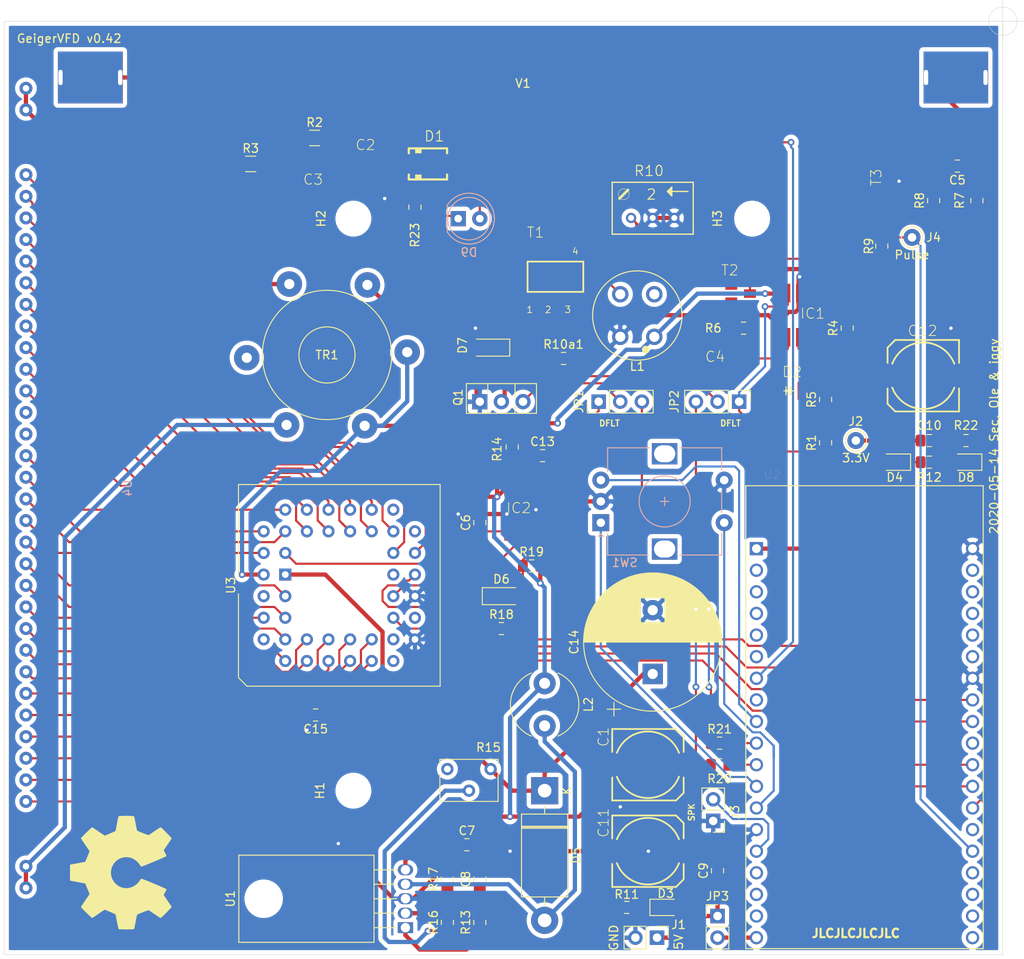
<source format=kicad_pcb>
(kicad_pcb (version 20171130) (host pcbnew "(5.1.5)-3")
  (layers (0 F.Cu signal) (31 B.Cu signal) (34 B.Paste user) (35 F.Paste user) (36 B.SilkS user) (37 F.SilkS user) (38 B.Mask user) (39 F.Mask user) (44 Edge.Cuts user))
  (net 0 "")
  (net 1 GND)
  (net 2 +5V)
  (net 3 Fil1)
  (net 4 "Net-(C13-Pad1)")
  (net 5 "Net-(C2-Pad1)")
  (net 6 "Net-(IC1-Pad3)")
  (net 7 R)
  (net 8 "Net-(IC2-Pad3)")
  (net 9 +3V3)
  (net 10 "Net-(U2-Pad31)")
  (net 11 "Net-(U2-Pad30)")
  (net 12 "Net-(U2-Pad28)")
  (net 13 "Net-(U2-Pad27)")
  (net 14 "Net-(JP1-Pad3)")
  (net 15 "Net-(JP2-Pad3)")
  (net 16 Vdd)
  (net 17 "Net-(D7-Pad1)")
  (net 18 "Net-(JP1-Pad2)")
  (net 19 "Net-(JP1-Pad1)")
  (net 20 "Net-(JP2-Pad2)")
  (net 21 "Net-(JP3-Pad2)")
  (net 22 "Net-(R20-Pad1)")
  (net 23 Fil2)
  (net 24 "Net-(C3-Pad1)")
  (net 25 "Net-(C4-Pad2)")
  (net 26 "Net-(C6-Pad1)")
  (net 27 "Net-(C8-Pad1)")
  (net 28 "Net-(D1-PadA)")
  (net 29 "Net-(D2-PadA)")
  (net 30 "Net-(D3-Pad1)")
  (net 31 "Net-(D4-Pad1)")
  (net 32 "Net-(D5-Pad2)")
  (net 33 "Net-(D6-Pad2)")
  (net 34 "Net-(D8-Pad2)")
  (net 35 "Net-(D8-Pad1)")
  (net 36 "Net-(IC1-Pad7)")
  (net 37 "Net-(J4-Pad1)")
  (net 38 "Net-(R10-PadA)")
  (net 39 "Net-(R13-Pad1)")
  (net 40 "Net-(R15-Pad2)")
  (net 41 "Net-(R16-Pad2)")
  (net 42 "Net-(SW1-PadA)")
  (net 43 "Net-(SW1-PadB)")
  (net 44 "Net-(SW1-PadS1)")
  (net 45 /P17)
  (net 46 /P16)
  (net 47 /P15)
  (net 48 /P13)
  (net 49 /P11)
  (net 50 /P09)
  (net 51 /P14)
  (net 52 /P12)
  (net 53 /P10)
  (net 54 /P08)
  (net 55 /P07)
  (net 56 /P06)
  (net 57 /P05)
  (net 58 /P01)
  (net 59 /P02)
  (net 60 /P03)
  (net 61 /P04)
  (net 62 /02G)
  (net 63 /04G)
  (net 64 /06G)
  (net 65 /08G)
  (net 66 /01G)
  (net 67 /03G)
  (net 68 /05G)
  (net 69 /07G)
  (net 70 /09G)
  (net 71 /11G)
  (net 72 /10G)
  (net 73 "Net-(D9-Pad2)")
  (net 74 "Net-(D9-Pad1)")
  (net 75 "Net-(J3-Pad2)")
  (net 76 "Net-(R7-Pad2)")
  (net 77 "Net-(R21-Pad2)")
  (net 78 /HV-)
  (net 79 /HV+)
  (module GeigerVFD:FV651G (layer B.Cu) (at 12.446 264.668 270)
    (fp_text reference U4 (at 0 -0.5 270) (layer B.SilkS) (effects (justify mirror)))
    (fp_text value FV651G)
    (pad 38 thru_hole circle (at -46.99 11.43 270) (size 1.524 1.524) (drill 0.762) (layers *.Cu *.Mask) (net 23 Fil2))
    (pad 37 thru_hole circle (at -44.45 11.43 270) (size 1.524 1.524) (drill 0.762) (layers *.Cu *.Mask) (net 23 Fil2))
    (pad 34 thru_hole circle (at -36.83 11.43 270) (size 1.524 1.524) (drill 0.762) (layers *.Cu *.Mask) (net 71 /11G))
    (pad 32 thru_hole circle (at -31.75 11.43 270) (size 1.524 1.524) (drill 0.762) (layers *.Cu *.Mask) (net 70 /09G))
    (pad 33 thru_hole circle (at -34.29 11.43 270) (size 1.524 1.524) (drill 0.762) (layers *.Cu *.Mask) (net 72 /10G))
    (pad 31 thru_hole circle (at -29.21 11.43 270) (size 1.524 1.524) (drill 0.762) (layers *.Cu *.Mask) (net 65 /08G))
    (pad 30 thru_hole circle (at -26.67 11.43 270) (size 1.524 1.524) (drill 0.762) (layers *.Cu *.Mask) (net 69 /07G))
    (pad 29 thru_hole circle (at -24.13 11.43 270) (size 1.524 1.524) (drill 0.762) (layers *.Cu *.Mask) (net 64 /06G))
    (pad 28 thru_hole circle (at -21.59 11.43 270) (size 1.524 1.524) (drill 0.762) (layers *.Cu *.Mask) (net 68 /05G))
    (pad 27 thru_hole circle (at -19.05 11.43 270) (size 1.524 1.524) (drill 0.762) (layers *.Cu *.Mask) (net 63 /04G))
    (pad 26 thru_hole circle (at -16.51 11.43 270) (size 1.524 1.524) (drill 0.762) (layers *.Cu *.Mask) (net 67 /03G))
    (pad 25 thru_hole circle (at -13.97 11.43 270) (size 1.524 1.524) (drill 0.762) (layers *.Cu *.Mask) (net 62 /02G))
    (pad 24 thru_hole circle (at -11.43 11.43 270) (size 1.524 1.524) (drill 0.762) (layers *.Cu *.Mask) (net 66 /01G))
    (pad 23 thru_hole circle (at -8.89 11.43 270) (size 1.524 1.524) (drill 0.762) (layers *.Cu *.Mask))
    (pad 22 thru_hole circle (at -6.35 11.43 270) (size 1.524 1.524) (drill 0.762) (layers *.Cu *.Mask))
    (pad 21 thru_hole circle (at -3.81 11.43 270) (size 1.524 1.524) (drill 0.762) (layers *.Cu *.Mask) (net 58 /P01))
    (pad 20 thru_hole circle (at -1.27 11.43 270) (size 1.524 1.524) (drill 0.762) (layers *.Cu *.Mask) (net 59 /P02))
    (pad 19 thru_hole circle (at 1.27 11.43 270) (size 1.524 1.524) (drill 0.762) (layers *.Cu *.Mask) (net 60 /P03))
    (pad 18 thru_hole circle (at 3.81 11.43 270) (size 1.524 1.524) (drill 0.762) (layers *.Cu *.Mask) (net 61 /P04))
    (pad 17 thru_hole circle (at 6.35 11.43 270) (size 1.524 1.524) (drill 0.762) (layers *.Cu *.Mask) (net 57 /P05))
    (pad 16 thru_hole circle (at 8.89 11.43 270) (size 1.524 1.524) (drill 0.762) (layers *.Cu *.Mask) (net 56 /P06))
    (pad 15 thru_hole circle (at 11.43 11.43 270) (size 1.524 1.524) (drill 0.762) (layers *.Cu *.Mask) (net 55 /P07))
    (pad 14 thru_hole circle (at 13.97 11.43 270) (size 1.524 1.524) (drill 0.762) (layers *.Cu *.Mask) (net 54 /P08))
    (pad 13 thru_hole circle (at 16.51 11.43 270) (size 1.524 1.524) (drill 0.762) (layers *.Cu *.Mask) (net 50 /P09))
    (pad 12 thru_hole circle (at 19.05 11.43 270) (size 1.524 1.524) (drill 0.762) (layers *.Cu *.Mask) (net 53 /P10))
    (pad 11 thru_hole circle (at 21.59 11.43 270) (size 1.524 1.524) (drill 0.762) (layers *.Cu *.Mask) (net 49 /P11))
    (pad 10 thru_hole circle (at 24.13 11.43 270) (size 1.524 1.524) (drill 0.762) (layers *.Cu *.Mask) (net 52 /P12))
    (pad 9 thru_hole circle (at 26.67 11.43 270) (size 1.524 1.524) (drill 0.762) (layers *.Cu *.Mask) (net 48 /P13))
    (pad 8 thru_hole circle (at 29.21 11.43 270) (size 1.524 1.524) (drill 0.762) (layers *.Cu *.Mask) (net 51 /P14))
    (pad 7 thru_hole circle (at 31.75 11.43 270) (size 1.524 1.524) (drill 0.762) (layers *.Cu *.Mask) (net 47 /P15))
    (pad 6 thru_hole circle (at 34.29 11.43 270) (size 1.524 1.524) (drill 0.762) (layers *.Cu *.Mask) (net 46 /P16))
    (pad 5 thru_hole circle (at 36.83 11.43 270) (size 1.524 1.524) (drill 0.762) (layers *.Cu *.Mask) (net 45 /P17))
    (pad 2 thru_hole circle (at 44.45 11.43 270) (size 1.524 1.524) (drill 0.762) (layers *.Cu *.Mask) (net 3 Fil1))
    (pad 1 thru_hole circle (at 46.99 11.43 270) (size 1.524 1.524) (drill 0.762) (layers *.Cu *.Mask) (net 3 Fil1))
  )
  (module Resistor_SMD:R_1206_3216Metric_Pad1.42x1.75mm_HandSolder (layer F.Cu) (at 34.95 223.52)
    (fp_text reference R2 (at 0 -1.82) (layer F.SilkS))
    (fp_text value 1M)
    (pad 2 smd roundrect (at 1.4875 0) (size 1.425 1.75) (layers F.Cu F.Paste F.Mask) (roundrect_rratio 0.175439) (net 5 "Net-(C2-Pad1)"))
    (pad 1 smd roundrect (at -1.4875 0) (size 1.425 1.75) (layers F.Cu F.Paste F.Mask) (roundrect_rratio 0.175439) (net 24 "Net-(C3-Pad1)"))
  )
  (module Resistor_SMD:R_1206_3216Metric_Pad1.42x1.75mm_HandSolder (layer F.Cu) (at 27.432 226.568)
    (fp_text reference R3 (at 0 -1.82) (layer F.SilkS))
    (fp_text value 4.7M)
    (pad 2 smd roundrect (at 1.4875 0) (size 1.425 1.75) (layers F.Cu F.Paste F.Mask) (roundrect_rratio 0.175439) (net 24 "Net-(C3-Pad1)"))
    (pad 1 smd roundrect (at -1.4875 0) (size 1.425 1.75) (layers F.Cu F.Paste F.Mask) (roundrect_rratio 0.175439) (net 79 /HV+))
  )
  (module Resistor_SMD:R_0805_2012Metric_Pad1.15x1.40mm_HandSolder (layer F.Cu) (at 64.196 249.428)
    (fp_text reference R10a1 (at 0 -1.65) (layer F.SilkS))
    (fp_text value 30R)
    (pad 2 smd roundrect (at 1.025 0) (size 1.15 1.4) (layers F.Cu F.Paste F.Mask) (roundrect_rratio 0.217391) (net 1 GND))
    (pad 1 smd roundrect (at -1.025 0) (size 1.15 1.4) (layers F.Cu F.Paste F.Mask) (roundrect_rratio 0.217391) (net 38 "Net-(R10-PadA)"))
  )
  (module GeigerVFD:MODULE_ESP32-DEVKITC-32D (layer F.Cu) (at 99.568 291.54)
    (fp_text reference U2 (at -10.829175 -28.446045) (layer F.SilkS) (effects (font (size 1.000386 1.000386) (thickness 0.015))))
    (fp_text value ESP32-DEVKITC-32D)
    (pad 38 thru_hole circle (at 12.7 25.96) (size 1.56 1.56) (drill 1.04) (layers *.Cu *.Mask))
    (pad 37 thru_hole circle (at 12.7 23.42) (size 1.56 1.56) (drill 1.04) (layers *.Cu *.Mask))
    (pad 36 thru_hole circle (at 12.7 20.88) (size 1.56 1.56) (drill 1.04) (layers *.Cu *.Mask))
    (pad 35 thru_hole circle (at 12.7 18.34) (size 1.56 1.56) (drill 1.04) (layers *.Cu *.Mask))
    (pad 34 thru_hole circle (at 12.7 15.8) (size 1.56 1.56) (drill 1.04) (layers *.Cu *.Mask) (net 37 "Net-(J4-Pad1)"))
    (pad 33 thru_hole circle (at 12.7 13.26) (size 1.56 1.56) (drill 1.04) (layers *.Cu *.Mask))
    (pad 32 thru_hole circle (at 12.7 10.72) (size 1.56 1.56) (drill 1.04) (layers *.Cu *.Mask) (net 34 "Net-(D8-Pad2)"))
    (pad 31 thru_hole circle (at 12.7 8.18) (size 1.56 1.56) (drill 1.04) (layers *.Cu *.Mask) (net 10 "Net-(U2-Pad31)"))
    (pad 30 thru_hole circle (at 12.7 5.64) (size 1.56 1.56) (drill 1.04) (layers *.Cu *.Mask) (net 11 "Net-(U2-Pad30)"))
    (pad 29 thru_hole circle (at 12.7 3.1) (size 1.56 1.56) (drill 1.04) (layers *.Cu *.Mask))
    (pad 28 thru_hole circle (at 12.7 0.56) (size 1.56 1.56) (drill 1.04) (layers *.Cu *.Mask) (net 12 "Net-(U2-Pad28)"))
    (pad 27 thru_hole circle (at 12.7 -1.98) (size 1.56 1.56) (drill 1.04) (layers *.Cu *.Mask) (net 13 "Net-(U2-Pad27)"))
    (pad 26 thru_hole circle (at 12.7 -4.52) (size 1.56 1.56) (drill 1.04) (layers *.Cu *.Mask) (net 1 GND))
    (pad 25 thru_hole circle (at 12.7 -7.06) (size 1.56 1.56) (drill 1.04) (layers *.Cu *.Mask))
    (pad 24 thru_hole circle (at 12.7 -9.6) (size 1.56 1.56) (drill 1.04) (layers *.Cu *.Mask))
    (pad 23 thru_hole circle (at 12.7 -12.14) (size 1.56 1.56) (drill 1.04) (layers *.Cu *.Mask))
    (pad 22 thru_hole circle (at 12.7 -14.68) (size 1.56 1.56) (drill 1.04) (layers *.Cu *.Mask))
    (pad 21 thru_hole circle (at 12.7 -17.22) (size 1.56 1.56) (drill 1.04) (layers *.Cu *.Mask))
    (pad 20 thru_hole circle (at 12.7 -19.76) (size 1.56 1.56) (drill 1.04) (layers *.Cu *.Mask) (net 1 GND))
    (pad 18 thru_hole circle (at -12.7 23.42) (size 1.56 1.56) (drill 1.04) (layers *.Cu *.Mask))
    (pad 17 thru_hole circle (at -12.7 20.88) (size 1.56 1.56) (drill 1.04) (layers *.Cu *.Mask))
    (pad 16 thru_hole circle (at -12.7 18.34) (size 1.56 1.56) (drill 1.04) (layers *.Cu *.Mask))
    (pad 15 thru_hole circle (at -12.7 15.8) (size 1.56 1.56) (drill 1.04) (layers *.Cu *.Mask) (net 75 "Net-(J3-Pad2)"))
    (pad 14 thru_hole circle (at -12.7 13.26) (size 1.56 1.56) (drill 1.04) (layers *.Cu *.Mask) (net 1 GND))
    (pad 13 thru_hole circle (at -12.7 10.72) (size 1.56 1.56) (drill 1.04) (layers *.Cu *.Mask) (net 44 "Net-(SW1-PadS1)"))
    (pad 12 thru_hole circle (at -12.7 8.18) (size 1.56 1.56) (drill 1.04) (layers *.Cu *.Mask) (net 42 "Net-(SW1-PadA)"))
    (pad 11 thru_hole circle (at -12.7 5.64) (size 1.56 1.56) (drill 1.04) (layers *.Cu *.Mask) (net 22 "Net-(R20-Pad1)"))
    (pad 10 thru_hole circle (at -12.7 3.1) (size 1.56 1.56) (drill 1.04) (layers *.Cu *.Mask) (net 77 "Net-(R21-Pad2)"))
    (pad 9 thru_hole circle (at -12.7 0.56) (size 1.56 1.56) (drill 1.04) (layers *.Cu *.Mask) (net 43 "Net-(SW1-PadB)"))
    (pad 8 thru_hole circle (at -12.7 -1.98) (size 1.56 1.56) (drill 1.04) (layers *.Cu *.Mask))
    (pad 7 thru_hole circle (at -12.7 -4.52) (size 1.56 1.56) (drill 1.04) (layers *.Cu *.Mask) (net 73 "Net-(D9-Pad2)"))
    (pad 6 thru_hole circle (at -12.7 -7.06) (size 1.56 1.56) (drill 1.04) (layers *.Cu *.Mask))
    (pad 5 thru_hole circle (at -12.7 -9.6) (size 1.56 1.56) (drill 1.04) (layers *.Cu *.Mask))
    (pad 4 thru_hole circle (at -12.7 -12.14) (size 1.56 1.56) (drill 1.04) (layers *.Cu *.Mask))
    (pad 3 thru_hole circle (at -12.7 -14.68) (size 1.56 1.56) (drill 1.04) (layers *.Cu *.Mask))
    (pad 19 thru_hole circle (at -12.7 25.96) (size 1.56 1.56) (drill 1.04) (layers *.Cu *.Mask) (net 21 "Net-(JP3-Pad2)"))
    (pad 2 thru_hole circle (at -12.7 -17.22) (size 1.56 1.56) (drill 1.04) (layers *.Cu *.Mask))
    (pad 1 thru_hole rect (at -12.7 -19.76) (size 1.56 1.56) (drill 1.04) (layers *.Cu *.Mask) (net 9 +3V3))
  )
  (module Symbol:OSHW-Symbol_13.4x12mm_SilkScreen (layer F.Cu) (at 12.192 309.88 90)
    (fp_text reference LOGO1 hide)
    (fp_text value Logo_Open_Hardware_Large hide)
  )
  (module Connector_PinHeader_2.54mm:PinHeader_1x02_P2.54mm_Vertical (layer F.Cu) (at 81.788 303.784 180)
    (fp_text reference J3 (at -2.54 1.016 90) (layer F.SilkS))
    (fp_text value Conn_01x02_Male)
    (fp_text user SPK (at 2.54 1.016 270) (layer F.SilkS) (effects (font (size 0.7 0.7))))
    (pad 2 thru_hole oval (at 0 2.54 180) (size 1.7 1.7) (drill 1) (layers *.Cu *.Mask) (net 75 "Net-(J3-Pad2)"))
    (pad 1 thru_hole rect (at 0 0 180) (size 1.7 1.7) (drill 1) (layers *.Cu *.Mask) (net 1 GND))
  )
  (module Connector_PinHeader_2.54mm:PinHeader_1x02_P2.54mm_Vertical (layer F.Cu) (at 75.184 317.5 270)
    (fp_text reference J1 (at -1.524 -2.54 180) (layer F.SilkS))
    (fp_text value Conn_01x02_Male)
    (fp_text user 5V (at 0.508 -2.54 270) (layer F.SilkS))
    (fp_text user GND (at 0 5.08 270) (layer F.SilkS))
    (pad 2 thru_hole oval (at 0 2.54 270) (size 1.7 1.7) (drill 1) (layers *.Cu *.Mask) (net 1 GND))
    (pad 1 thru_hole rect (at 0 0 270) (size 1.7 1.7) (drill 1) (layers *.Cu *.Mask) (net 2 +5V))
  )
  (module Resistor_SMD:R_0805_2012Metric_Pad1.15x1.40mm_HandSolder (layer F.Cu) (at 46.736 231.648 90)
    (fp_text reference R23 (at -3.293 0 90) (layer F.SilkS))
    (fp_text value 1k)
    (pad 2 smd roundrect (at 1.025 0 90) (size 1.15 1.4) (layers F.Cu F.Paste F.Mask) (roundrect_rratio 0.217391) (net 1 GND))
    (pad 1 smd roundrect (at -1.025 0 90) (size 1.15 1.4) (layers F.Cu F.Paste F.Mask) (roundrect_rratio 0.217391) (net 74 "Net-(D9-Pad1)"))
  )
  (module LED_THT:LED_D5.0mm (layer B.Cu) (at 51.816 233)
    (fp_text reference D9 (at 1.27 3.96) (layer B.SilkS) (effects (justify mirror)))
    (fp_text value red)
    (pad 2 thru_hole circle (at 2.54 0) (size 1.8 1.8) (drill 0.9) (layers *.Cu *.Mask) (net 73 "Net-(D9-Pad2)"))
    (pad 1 thru_hole rect (at 0 0) (size 1.8 1.8) (drill 0.9) (layers *.Cu *.Mask) (net 74 "Net-(D9-Pad1)"))
  )
  (module GeigerVFD:Tube (layer F.Cu) (at 59.436 216.408)
    (fp_text reference V1 (at 0 0.7 180) (layer F.SilkS))
    (fp_text value GM-Tube)
    (pad 1 thru_hole custom (at -47.3456 0 270) (size 2 0.5) (drill oval 1.8 0.5) (layers *.Cu *.Mask) (net 79 /HV+) (options (clearance outline) (anchor rect)) (primitives (gr_poly (pts (xy 3.048 3.5052) (xy -3.048 3.5052) (xy -3.048 -0.3048) (xy 3.048 -0.3048)) (width 0))))
    (pad 1 thru_hole custom (at -54.356 0 90) (size 2 0.5) (drill oval 1.8 0.5) (layers *.Cu *.Mask) (net 79 /HV+) (options (clearance outline) (anchor rect)) (primitives (gr_poly (pts (xy 3.048 3.5052) (xy -3.048 3.5052) (xy -3.048 -0.3048) (xy 3.048 -0.3048)) (width 0))))
    (pad 2 thru_hole custom (at 47.371 0 90) (size 2 0.5) (drill oval 1.778 0.5) (layers *.Cu *.Mask) (net 78 /HV-) (options (clearance outline) (anchor rect)) (primitives (gr_poly (pts (xy 3.048 3.5052) (xy -3.048 3.5052) (xy -3.048 -0.3048) (xy 3.048 -0.3048)) (width 0))))
    (pad 2 thru_hole custom (at 54.356 0 270) (size 2 0.5) (drill oval 1.778 0.5) (layers *.Cu *.Mask) (net 78 /HV-) (options (clearance outline) (anchor rect)) (primitives (gr_poly (pts (xy 3.048 3.5052) (xy -3.048 3.5052) (xy -3.048 -0.3048) (xy 3.048 -0.3048)) (width 0))))
  )
  (module Package_LCC:PLCC-44_THT-Socket (layer F.Cu) (at 31.496 274.828 90)
    (fp_text reference U3 (at -1.27 -6.4 90) (layer F.SilkS))
    (fp_text value MAX6934)
    (pad 39 thru_hole circle (at 7.62 0 90) (size 1.4224 1.4224) (drill 0.8) (layers *.Cu *.Mask) (net 58 /P01))
    (pad 37 thru_hole circle (at 7.62 2.54 90) (size 1.4224 1.4224) (drill 0.8) (layers *.Cu *.Mask) (net 62 /02G))
    (pad 35 thru_hole circle (at 7.62 5.08 90) (size 1.4224 1.4224) (drill 0.8) (layers *.Cu *.Mask) (net 63 /04G))
    (pad 33 thru_hole circle (at 7.62 7.62 90) (size 1.4224 1.4224) (drill 0.8) (layers *.Cu *.Mask) (net 64 /06G))
    (pad 31 thru_hole circle (at 7.62 10.16 90) (size 1.4224 1.4224) (drill 0.8) (layers *.Cu *.Mask) (net 65 /08G))
    (pad 40 thru_hole circle (at 5.08 -2.54 90) (size 1.4224 1.4224) (drill 0.8) (layers *.Cu *.Mask) (net 59 /P02))
    (pad 38 thru_hole circle (at 5.08 2.54 90) (size 1.4224 1.4224) (drill 0.8) (layers *.Cu *.Mask) (net 66 /01G))
    (pad 36 thru_hole circle (at 5.08 5.08 90) (size 1.4224 1.4224) (drill 0.8) (layers *.Cu *.Mask) (net 67 /03G))
    (pad 34 thru_hole circle (at 5.08 7.62 90) (size 1.4224 1.4224) (drill 0.8) (layers *.Cu *.Mask) (net 68 /05G))
    (pad 32 thru_hole circle (at 5.08 10.16 90) (size 1.4224 1.4224) (drill 0.8) (layers *.Cu *.Mask) (net 69 /07G))
    (pad 30 thru_hole circle (at 5.08 12.7 90) (size 1.4224 1.4224) (drill 0.8) (layers *.Cu *.Mask) (net 70 /09G))
    (pad 28 thru_hole circle (at 5.08 15.24 90) (size 1.4224 1.4224) (drill 0.8) (layers *.Cu *.Mask))
    (pad 26 thru_hole circle (at 2.54 15.24 90) (size 1.4224 1.4224) (drill 0.8) (layers *.Cu *.Mask) (net 71 /11G))
    (pad 24 thru_hole circle (at 0 15.24 90) (size 1.4224 1.4224) (drill 0.8) (layers *.Cu *.Mask) (net 11 "Net-(U2-Pad30)"))
    (pad 22 thru_hole circle (at -2.54 15.24 90) (size 1.4224 1.4224) (drill 0.8) (layers *.Cu *.Mask) (net 1 GND))
    (pad 20 thru_hole circle (at -5.08 15.24 90) (size 1.4224 1.4224) (drill 0.8) (layers *.Cu *.Mask))
    (pad 18 thru_hole circle (at -7.62 15.24 90) (size 1.4224 1.4224) (drill 0.8) (layers *.Cu *.Mask) (net 1 GND))
    (pad 29 thru_hole circle (at 7.62 12.7 90) (size 1.4224 1.4224) (drill 0.8) (layers *.Cu *.Mask))
    (pad 27 thru_hole circle (at 2.54 12.7 90) (size 1.4224 1.4224) (drill 0.8) (layers *.Cu *.Mask) (net 72 /10G))
    (pad 25 thru_hole circle (at 0 12.7 90) (size 1.4224 1.4224) (drill 0.8) (layers *.Cu *.Mask))
    (pad 23 thru_hole circle (at -2.54 12.7 90) (size 1.4224 1.4224) (drill 0.8) (layers *.Cu *.Mask) (net 12 "Net-(U2-Pad28)"))
    (pad 21 thru_hole circle (at -5.08 12.7 90) (size 1.4224 1.4224) (drill 0.8) (layers *.Cu *.Mask) (net 10 "Net-(U2-Pad31)"))
    (pad 19 thru_hole circle (at -7.62 12.7 90) (size 1.4224 1.4224) (drill 0.8) (layers *.Cu *.Mask))
    (pad 17 thru_hole circle (at -10.16 12.7 90) (size 1.4224 1.4224) (drill 0.8) (layers *.Cu *.Mask))
    (pad 15 thru_hole circle (at -10.16 10.16 90) (size 1.4224 1.4224) (drill 0.8) (layers *.Cu *.Mask) (net 45 /P17))
    (pad 13 thru_hole circle (at -10.16 7.62 90) (size 1.4224 1.4224) (drill 0.8) (layers *.Cu *.Mask) (net 47 /P15))
    (pad 11 thru_hole circle (at -10.16 5.08 90) (size 1.4224 1.4224) (drill 0.8) (layers *.Cu *.Mask) (net 48 /P13))
    (pad 9 thru_hole circle (at -10.16 2.54 90) (size 1.4224 1.4224) (drill 0.8) (layers *.Cu *.Mask) (net 49 /P11))
    (pad 7 thru_hole circle (at -10.16 0 90) (size 1.4224 1.4224) (drill 0.8) (layers *.Cu *.Mask) (net 50 /P09))
    (pad 16 thru_hole circle (at -7.62 10.16 90) (size 1.4224 1.4224) (drill 0.8) (layers *.Cu *.Mask) (net 46 /P16))
    (pad 14 thru_hole circle (at -7.62 7.62 90) (size 1.4224 1.4224) (drill 0.8) (layers *.Cu *.Mask) (net 51 /P14))
    (pad 12 thru_hole circle (at -7.62 5.08 90) (size 1.4224 1.4224) (drill 0.8) (layers *.Cu *.Mask) (net 52 /P12))
    (pad 10 thru_hole circle (at -7.62 2.54 90) (size 1.4224 1.4224) (drill 0.8) (layers *.Cu *.Mask) (net 53 /P10))
    (pad 8 thru_hole circle (at -7.62 0 90) (size 1.4224 1.4224) (drill 0.8) (layers *.Cu *.Mask) (net 54 /P08))
    (pad 42 thru_hole circle (at 2.54 -2.54 90) (size 1.4224 1.4224) (drill 0.8) (layers *.Cu *.Mask) (net 61 /P04))
    (pad 44 thru_hole circle (at 0 -2.54 90) (size 1.4224 1.4224) (drill 0.8) (layers *.Cu *.Mask) (net 2 +5V))
    (pad 6 thru_hole circle (at -7.62 -2.54 90) (size 1.4224 1.4224) (drill 0.8) (layers *.Cu *.Mask))
    (pad 4 thru_hole circle (at -5.08 -2.54 90) (size 1.4224 1.4224) (drill 0.8) (layers *.Cu *.Mask) (net 55 /P07))
    (pad 2 thru_hole circle (at -2.54 -2.54 90) (size 1.4224 1.4224) (drill 0.8) (layers *.Cu *.Mask))
    (pad 41 thru_hole circle (at 5.08 0 90) (size 1.4224 1.4224) (drill 0.8) (layers *.Cu *.Mask) (net 60 /P03))
    (pad 43 thru_hole circle (at 2.54 0 90) (size 1.4224 1.4224) (drill 0.8) (layers *.Cu *.Mask) (net 13 "Net-(U2-Pad27)"))
    (pad 5 thru_hole circle (at -5.08 0 90) (size 1.4224 1.4224) (drill 0.8) (layers *.Cu *.Mask) (net 56 /P06))
    (pad 3 thru_hole circle (at -2.54 0 90) (size 1.4224 1.4224) (drill 0.8) (layers *.Cu *.Mask) (net 57 /P05))
    (pad 1 thru_hole rect (at 0 0 90) (size 1.4224 1.4224) (drill 0.8) (layers *.Cu *.Mask) (net 16 Vdd))
  )
  (module Capacitor_SMD:C_0805_2012Metric_Pad1.15x1.40mm_HandSolder (layer F.Cu) (at 54.356 268.723 90)
    (fp_text reference C6 (at 0 -1.65 90) (layer F.SilkS))
    (fp_text value 10n)
    (pad 2 smd roundrect (at 1.025 0 90) (size 1.15 1.4) (layers F.Cu F.Paste F.Mask) (roundrect_rratio 0.217391) (net 1 GND))
    (pad 1 smd roundrect (at -1.025 0 90) (size 1.15 1.4) (layers F.Cu F.Paste F.Mask) (roundrect_rratio 0.217391) (net 26 "Net-(C6-Pad1)"))
  )
  (module Capacitor_SMD:C_0805_2012Metric_Pad1.15x1.40mm_HandSolder (layer F.Cu) (at 107.188 259.08)
    (fp_text reference C10 (at 0 -1.778) (layer F.SilkS))
    (fp_text value 100n)
    (pad 2 smd roundrect (at 1.025 0) (size 1.15 1.4) (layers F.Cu F.Paste F.Mask) (roundrect_rratio 0.217391) (net 1 GND))
    (pad 1 smd roundrect (at -1.025 0) (size 1.15 1.4) (layers F.Cu F.Paste F.Mask) (roundrect_rratio 0.217391) (net 9 +3V3))
  )
  (module MountingHole:MountingHole_3.2mm_M3_DIN965 (layer F.Cu) (at 86.36 233)
    (fp_text reference H3 (at -4.064 0 90) (layer F.SilkS))
    (fp_text value MountingHole)
    (pad 1 np_thru_hole circle (at 0 0) (size 3.2 3.2) (drill 3.2) (layers *.Cu *.Mask))
  )
  (module MountingHole:MountingHole_3.2mm_M3_DIN965 (layer F.Cu) (at 39.5 233 90)
    (fp_text reference H2 (at 0 -3.8 90) (layer F.SilkS))
    (fp_text value MountingHole)
    (pad 1 np_thru_hole circle (at 0 0 90) (size 3.2 3.2) (drill 3.2) (layers *.Cu *.Mask))
  )
  (module MountingHole:MountingHole_3.2mm_M3_DIN965 (layer F.Cu) (at 39.5 300.228)
    (fp_text reference H1 (at -3.94 0 90) (layer F.SilkS))
    (fp_text value MountingHole)
    (pad 1 np_thru_hole circle (at 0 0) (size 3.2 3.2) (drill 3.2) (layers *.Cu *.Mask))
  )
  (module Rotary_Encoder:RotaryEncoder_Alps_EC12E-Switch_Vertical_H20mm (layer B.Cu) (at 68.58 268.732)
    (fp_text reference SW1 (at 2.8 4.7) (layer B.SilkS) (effects (justify mirror)))
    (fp_text value Rotary_Encoder_Switch)
    (pad A thru_hole rect (at 0 0) (size 2 2) (drill 1) (layers *.Cu *.Mask) (net 42 "Net-(SW1-PadA)"))
    (pad C thru_hole circle (at 0 -2.5) (size 2 2) (drill 1) (layers *.Cu *.Mask) (net 1 GND))
    (pad B thru_hole circle (at 0 -5) (size 2 2) (drill 1) (layers *.Cu *.Mask) (net 43 "Net-(SW1-PadB)"))
    (pad MP thru_hole rect (at 7.5 3.1) (size 3 2.5) (drill oval 2.5 2) (layers *.Cu *.Mask))
    (pad MP thru_hole rect (at 7.5 -8.1) (size 3 2.5) (drill oval 2.5 2) (layers *.Cu *.Mask))
    (pad S1 thru_hole circle (at 14.5 0) (size 2 2) (drill 1) (layers *.Cu *.Mask) (net 44 "Net-(SW1-PadS1)"))
    (pad S2 thru_hole circle (at 14.5 -5) (size 2 2) (drill 1) (layers *.Cu *.Mask) (net 1 GND))
  )
  (module PiGI-V1.1:1200LRS (layer F.Cu) (at 72.866 244.388 180)
    (fp_text reference L1 hide)
    (fp_text value 15mH)
    (fp_text user %R (at 0 -6.564) (layer F.SilkS) (effects (justify bottom)))
    (pad P2 thru_hole circle (at -2 2.5 180) (size 1.9304 1.9304) (drill 1.2) (layers *.Cu *.Mask))
    (pad P3 thru_hole circle (at 2 2.5 180) (size 1.9304 1.9304) (drill 1.2) (layers *.Cu *.Mask) (net 28 "Net-(D1-PadA)"))
    (pad P4 thru_hole circle (at 2 -2.5 180) (size 1.9304 1.9304) (drill 1.2) (layers *.Cu *.Mask) (net 1 GND))
    (pad P1 thru_hole circle (at -2 -2.5 180) (size 1.9304 1.9304) (drill 1.2) (layers *.Cu *.Mask) (net 2 +5V))
  )
  (module Capacitor_SMD:C_0805_2012Metric_Pad1.15x1.40mm_HandSolder (layer F.Cu) (at 35.061 291.338 180)
    (fp_text reference C15 (at 0 -1.65) (layer F.SilkS))
    (fp_text value 100n)
    (pad 2 smd roundrect (at 1.025 0 180) (size 1.15 1.4) (layers F.Cu F.Paste F.Mask) (roundrect_rratio 0.217391) (net 1 GND))
    (pad 1 smd roundrect (at -1.025 0 180) (size 1.15 1.4) (layers F.Cu F.Paste F.Mask) (roundrect_rratio 0.217391) (net 16 Vdd))
  )
  (module Package_TO_SOT_THT:TO-220-5_Horizontal_TabDown (layer F.Cu) (at 45.616 316.328 90)
    (fp_text reference U1 (at 3.4 -20.58 90) (layer F.SilkS))
    (fp_text value LM2577)
    (pad 5 thru_hole oval (at 6.8 0 90) (size 1.275 1.8) (drill 1.1) (layers *.Cu *.Mask) (net 2 +5V))
    (pad 4 thru_hole oval (at 5.1 0 90) (size 1.275 1.8) (drill 1.1) (layers *.Cu *.Mask) (net 32 "Net-(D5-Pad2)"))
    (pad 3 thru_hole oval (at 3.4 0 90) (size 1.275 1.8) (drill 1.1) (layers *.Cu *.Mask) (net 1 GND))
    (pad 2 thru_hole oval (at 1.7 0 90) (size 1.275 1.8) (drill 1.1) (layers *.Cu *.Mask) (net 41 "Net-(R16-Pad2)"))
    (pad 1 thru_hole rect (at 0 0 90) (size 1.275 1.8) (drill 1.1) (layers *.Cu *.Mask) (net 39 "Net-(R13-Pad1)"))
    (pad "" np_thru_hole oval (at 3.4 -16.66 90) (size 3.5 3.5) (drill 3.5) (layers *.Cu *.Mask))
  )
  (module PiGI-V1.1:SOT23 (layer F.Cu) (at 102.446 230.952 90)
    (fp_text reference T3 (at 1.695 -0.795 90) (layer F.SilkS) (effects (font (size 1.2065 1.2065) (thickness 0.09652)) (justify left bottom)))
    (fp_text value 2N4401)
    (pad 1 smd rect (at -0.95 1.1 90) (size 1 1.4) (layers F.Cu F.Paste F.Mask) (net 76 "Net-(R7-Pad2)"))
    (pad 2 smd rect (at 0.95 1.1 90) (size 1 1.4) (layers F.Cu F.Paste F.Mask) (net 1 GND))
    (pad 3 smd rect (at 0 -1.1 90) (size 1 1.4) (layers F.Cu F.Paste F.Mask) (net 37 "Net-(J4-Pad1)"))
  )
  (module PiGI-V1.1:SOT223 (layer F.Cu) (at 63.246 239.827)
    (fp_text reference T1 (at -3.44 -4.4992 180) (layer F.SilkS) (effects (font (size 1.2065 1.2065) (thickness 0.09652)) (justify left bottom)))
    (fp_text value STN0214)
    (fp_text user 2 (at -1.2906 4.3274) (layer F.SilkS) (effects (font (size 0.77216 0.77216) (thickness 0.097536)) (justify left bottom)))
    (fp_text user 1 (at -3.4526 4.318) (layer F.SilkS) (effects (font (size 0.77216 0.77216) (thickness 0.097536)) (justify left bottom)))
    (fp_text user 4 (at 1.905 -2.54) (layer F.SilkS) (effects (font (size 0.77216 0.77216) (thickness 0.097536)) (justify left bottom)))
    (fp_text user 3 (at 1.0208 4.318) (layer F.SilkS) (effects (font (size 0.77216 0.77216) (thickness 0.097536)) (justify left bottom)))
    (pad 4 smd rect (at 0 -3.099) (size 3.6 2.2) (layers F.Cu F.Paste F.Mask) (net 28 "Net-(D1-PadA)"))
    (pad 3 smd rect (at 2.3114 3.0988) (size 1.2192 2.2352) (layers F.Cu F.Paste F.Mask) (net 38 "Net-(R10-PadA)"))
    (pad 2 smd rect (at 0 3.0988) (size 1.2192 2.2352) (layers F.Cu F.Paste F.Mask))
    (pad 1 smd rect (at -2.3114 3.0988) (size 1.2192 2.2352) (layers F.Cu F.Paste F.Mask) (net 20 "Net-(JP2-Pad2)"))
  )
  (module PiGI-V1.1:SOT23 (layer F.Cu) (at 85.006 241.808 270)
    (fp_text reference T2 (at -2.032 0.17 180) (layer F.SilkS) (effects (font (size 1.2065 1.2065) (thickness 0.09652)) (justify right bottom)))
    (fp_text value 2N4401)
    (pad 1 smd rect (at -0.95 1.1 270) (size 1 1.4) (layers F.Cu F.Paste F.Mask) (net 38 "Net-(R10-PadA)"))
    (pad 2 smd rect (at 0.95 1.1 270) (size 1 1.4) (layers F.Cu F.Paste F.Mask) (net 1 GND))
    (pad 3 smd rect (at 0 -1.1 270) (size 1 1.4) (layers F.Cu F.Paste F.Mask) (net 7 R))
  )
  (module Transformer_THT:Transformer_Toroid_Tapped_Horizontal_D14.0mm_Amidon-T50 (layer F.Cu) (at 45.826203 248.689114 150)
    (fp_text reference TR1 (at 8 -5 180) (layer F.SilkS))
    (fp_text value Transformer_1P_SS)
    (pad 2 thru_hole circle (at 8 4.5 150) (size 3 3) (drill 1.2) (layers *.Cu *.Mask) (net 17 "Net-(D7-Pad1)"))
    (pad 5 thru_hole circle (at 8 -14.5 150) (size 3 3) (drill 1.2) (layers *.Cu *.Mask) (net 3 Fil1))
    (pad 6 thru_hole circle (at 16 -10 150) (size 3 3) (drill 1.2) (layers *.Cu *.Mask))
    (pad 4 thru_hole circle (at 0 -10 150) (size 3 3) (drill 1.2) (layers *.Cu *.Mask) (net 2 +5V))
    (pad 3 thru_hole circle (at 16 0 150) (size 3 3) (drill 1.2) (layers *.Cu *.Mask) (net 23 Fil2))
    (pad 1 thru_hole circle (at 0 0 150) (size 3 3) (drill 1.2) (layers *.Cu *.Mask) (net 2 +5V))
  )
  (module Resistor_SMD:R_0805_2012Metric_Pad1.15x1.40mm_HandSolder (layer F.Cu) (at 101.6 236.229 270)
    (fp_text reference R9 (at 0 1.524 90) (layer F.SilkS))
    (fp_text value 27k)
    (pad 2 smd roundrect (at 1.025 0 270) (size 1.15 1.4) (layers F.Cu F.Paste F.Mask) (roundrect_rratio 0.217391) (net 9 +3V3))
    (pad 1 smd roundrect (at -1.025 0 270) (size 1.15 1.4) (layers F.Cu F.Paste F.Mask) (roundrect_rratio 0.217391) (net 37 "Net-(J4-Pad1)"))
  )
  (module Resistor_SMD:R_0805_2012Metric_Pad1.15x1.40mm_HandSolder (layer F.Cu) (at 107.696 230.877 90)
    (fp_text reference R8 (at 0 -1.65 90) (layer F.SilkS))
    (fp_text value 100k)
    (pad 2 smd roundrect (at 1.025 0 90) (size 1.15 1.4) (layers F.Cu F.Paste F.Mask) (roundrect_rratio 0.217391) (net 1 GND))
    (pad 1 smd roundrect (at -1.025 0 90) (size 1.15 1.4) (layers F.Cu F.Paste F.Mask) (roundrect_rratio 0.217391) (net 76 "Net-(R7-Pad2)"))
  )
  (module Resistor_SMD:R_0805_2012Metric_Pad1.15x1.40mm_HandSolder (layer F.Cu) (at 112.776 230.877 270)
    (fp_text reference R7 (at 0 2.032 90) (layer F.SilkS))
    (fp_text value 1.5k)
    (pad 2 smd roundrect (at 1.025 0 270) (size 1.15 1.4) (layers F.Cu F.Paste F.Mask) (roundrect_rratio 0.217391) (net 76 "Net-(R7-Pad2)"))
    (pad 1 smd roundrect (at -1.025 0 270) (size 1.15 1.4) (layers F.Cu F.Paste F.Mask) (roundrect_rratio 0.217391) (net 78 /HV-))
  )
  (module PiGI-V1.1:RJ9W (layer F.Cu) (at 74.676 231.775 180)
    (fp_text reference R10 (at -1.402 3.683) (layer F.SilkS) (effects (font (size 1.2065 1.2065) (thickness 0.12065)) (justify right bottom)))
    (fp_text value 100)
    (fp_text user 2 (at -0.5 0.905) (layer F.SilkS) (effects (font (size 1.2065 1.2065) (thickness 0.127)) (justify right bottom)))
    (pad S thru_hole circle (at 0 -1.143 270) (size 1.208 1.208) (drill 0.7) (layers *.Cu *.Mask) (net 1 GND))
    (pad A thru_hole circle (at 2.54 -1.143 270) (size 1.208 1.208) (drill 0.7) (layers *.Cu *.Mask) (net 38 "Net-(R10-PadA)"))
    (pad E thru_hole circle (at -2.54 -1.143 270) (size 1.208 1.208) (drill 0.7) (layers *.Cu *.Mask) (net 1 GND))
  )
  (module Resistor_SMD:R_0805_2012Metric_Pad1.15x1.40mm_HandSolder (layer F.Cu) (at 97.536 245.863 90)
    (fp_text reference R4 (at 0 -1.65 90) (layer F.SilkS))
    (fp_text value 100k)
    (pad 2 smd roundrect (at 1.025 0 90) (size 1.15 1.4) (layers F.Cu F.Paste F.Mask) (roundrect_rratio 0.217391) (net 2 +5V))
    (pad 1 smd roundrect (at -1.025 0 90) (size 1.15 1.4) (layers F.Cu F.Paste F.Mask) (roundrect_rratio 0.217391) (net 7 R))
  )
  (module Resistor_SMD:R_0805_2012Metric_Pad1.15x1.40mm_HandSolder (layer F.Cu) (at 111.497 259.08 180)
    (fp_text reference R22 (at 0 1.778) (layer F.SilkS))
    (fp_text value 1k)
    (pad 2 smd roundrect (at 1.025 0 180) (size 1.15 1.4) (layers F.Cu F.Paste F.Mask) (roundrect_rratio 0.217391) (net 1 GND))
    (pad 1 smd roundrect (at -1.025 0 180) (size 1.15 1.4) (layers F.Cu F.Paste F.Mask) (roundrect_rratio 0.217391) (net 35 "Net-(D8-Pad1)"))
  )
  (module Resistor_SMD:R_0805_2012Metric_Pad1.15x1.40mm_HandSolder (layer F.Cu) (at 82.541 294.64)
    (fp_text reference R21 (at 0 -1.65) (layer F.SilkS))
    (fp_text value 680)
    (pad 2 smd roundrect (at 1.025 0) (size 1.15 1.4) (layers F.Cu F.Paste F.Mask) (roundrect_rratio 0.217391) (net 77 "Net-(R21-Pad2)"))
    (pad 1 smd roundrect (at -1.025 0) (size 1.15 1.4) (layers F.Cu F.Paste F.Mask) (roundrect_rratio 0.217391) (net 15 "Net-(JP2-Pad3)"))
  )
  (module Resistor_SMD:R_0805_2012Metric_Pad1.15x1.40mm_HandSolder (layer F.Cu) (at 94.996 259.343 90)
    (fp_text reference R1 (at 0 -1.65 90) (layer F.SilkS))
    (fp_text value 1k)
    (pad 2 smd roundrect (at 1.025 0 90) (size 1.15 1.4) (layers F.Cu F.Paste F.Mask) (roundrect_rratio 0.217391) (net 6 "Net-(IC1-Pad3)"))
    (pad 1 smd roundrect (at -1.025 0 90) (size 1.15 1.4) (layers F.Cu F.Paste F.Mask) (roundrect_rratio 0.217391) (net 36 "Net-(IC1-Pad7)"))
  )
  (module Resistor_SMD:R_0805_2012Metric_Pad1.15x1.40mm_HandSolder (layer F.Cu) (at 94.996 254.263 90)
    (fp_text reference R5 (at 0 -1.65 90) (layer F.SilkS))
    (fp_text value 330)
    (pad 2 smd roundrect (at 1.025 0 90) (size 1.15 1.4) (layers F.Cu F.Paste F.Mask) (roundrect_rratio 0.217391) (net 29 "Net-(D2-PadA)"))
    (pad 1 smd roundrect (at -1.025 0 90) (size 1.15 1.4) (layers F.Cu F.Paste F.Mask) (roundrect_rratio 0.217391) (net 6 "Net-(IC1-Pad3)"))
  )
  (module Resistor_SMD:R_0805_2012Metric_Pad1.15x1.40mm_HandSolder (layer F.Cu) (at 82.541 297.18 180)
    (fp_text reference R20 (at 0 -1.65) (layer F.SilkS))
    (fp_text value 680)
    (pad 2 smd roundrect (at 1.025 0 180) (size 1.15 1.4) (layers F.Cu F.Paste F.Mask) (roundrect_rratio 0.217391) (net 14 "Net-(JP1-Pad3)"))
    (pad 1 smd roundrect (at -1.025 0 180) (size 1.15 1.4) (layers F.Cu F.Paste F.Mask) (roundrect_rratio 0.217391) (net 22 "Net-(R20-Pad1)"))
  )
  (module Resistor_SMD:R_0805_2012Metric_Pad1.15x1.40mm_HandSolder (layer F.Cu) (at 85.353 245.872 180)
    (fp_text reference R6 (at 3.565 0) (layer F.SilkS))
    (fp_text value 220k)
    (pad 2 smd roundrect (at 1.025 0 180) (size 1.15 1.4) (layers F.Cu F.Paste F.Mask) (roundrect_rratio 0.217391) (net 1 GND))
    (pad 1 smd roundrect (at -1.025 0 180) (size 1.15 1.4) (layers F.Cu F.Paste F.Mask) (roundrect_rratio 0.217391) (net 25 "Net-(C4-Pad2)"))
  )
  (module Resistor_SMD:R_0805_2012Metric_Pad1.15x1.40mm_HandSolder (layer F.Cu) (at 60.443 273.812)
    (fp_text reference R19 (at 0 -1.65) (layer F.SilkS))
    (fp_text value 1k)
    (pad 2 smd roundrect (at 1.025 0) (size 1.15 1.4) (layers F.Cu F.Paste F.Mask) (roundrect_rratio 0.217391) (net 2 +5V))
    (pad 1 smd roundrect (at -1.025 0) (size 1.15 1.4) (layers F.Cu F.Paste F.Mask) (roundrect_rratio 0.217391) (net 33 "Net-(D6-Pad2)"))
  )
  (module Resistor_SMD:R_0805_2012Metric_Pad1.15x1.40mm_HandSolder (layer F.Cu) (at 56.896 281.178)
    (fp_text reference R18 (at 0 -1.65) (layer F.SilkS))
    (fp_text value 1k)
    (pad 2 smd roundrect (at 1.025 0) (size 1.15 1.4) (layers F.Cu F.Paste F.Mask) (roundrect_rratio 0.217391) (net 33 "Net-(D6-Pad2)"))
    (pad 1 smd roundrect (at -1.025 0) (size 1.15 1.4) (layers F.Cu F.Paste F.Mask) (roundrect_rratio 0.217391) (net 4 "Net-(C13-Pad1)"))
  )
  (module Resistor_SMD:R_0805_2012Metric_Pad1.15x1.40mm_HandSolder (layer F.Cu) (at 50.546 310.633 90)
    (fp_text reference R17 (at 0 -1.65 90) (layer F.SilkS))
    (fp_text value 2.2k)
    (pad 2 smd roundrect (at 1.025 0 90) (size 1.15 1.4) (layers F.Cu F.Paste F.Mask) (roundrect_rratio 0.217391) (net 1 GND))
    (pad 1 smd roundrect (at -1.025 0 90) (size 1.15 1.4) (layers F.Cu F.Paste F.Mask) (roundrect_rratio 0.217391) (net 41 "Net-(R16-Pad2)"))
  )
  (module Resistor_SMD:R_0805_2012Metric_Pad1.15x1.40mm_HandSolder (layer F.Cu) (at 50.546 315.713 90)
    (fp_text reference R16 (at 0 -1.65 90) (layer F.SilkS))
    (fp_text value 1k)
    (pad 2 smd roundrect (at 1.025 0 90) (size 1.15 1.4) (layers F.Cu F.Paste F.Mask) (roundrect_rratio 0.217391) (net 41 "Net-(R16-Pad2)"))
    (pad 1 smd roundrect (at -1.025 0 90) (size 1.15 1.4) (layers F.Cu F.Paste F.Mask) (roundrect_rratio 0.217391) (net 40 "Net-(R15-Pad2)"))
  )
  (module Potentiometer_THT:Potentiometer_Vishay_T73XX_Horizontal (layer F.Cu) (at 55.626 297.688 270)
    (fp_text reference R15 (at -2.54 0.254 180) (layer F.SilkS))
    (fp_text value 100k)
    (pad 1 thru_hole circle (at 0 0 270) (size 1.44 1.44) (drill 0.8) (layers *.Cu *.Mask) (net 16 Vdd))
    (pad 2 thru_hole circle (at 2.54 2.54 270) (size 1.44 1.44) (drill 0.8) (layers *.Cu *.Mask) (net 40 "Net-(R15-Pad2)"))
    (pad 3 thru_hole circle (at 0 5.08 270) (size 1.44 1.44) (drill 0.8) (layers *.Cu *.Mask))
  )
  (module Resistor_SMD:R_0805_2012Metric_Pad1.15x1.40mm_HandSolder (layer F.Cu) (at 58.166 259.833 270)
    (fp_text reference R14 (at 0.263 1.778 90) (layer F.SilkS))
    (fp_text value 1k)
    (pad 2 smd roundrect (at 1.025 0 270) (size 1.15 1.4) (layers F.Cu F.Paste F.Mask) (roundrect_rratio 0.217391) (net 8 "Net-(IC2-Pad3)"))
    (pad 1 smd roundrect (at -1.025 0 270) (size 1.15 1.4) (layers F.Cu F.Paste F.Mask) (roundrect_rratio 0.217391) (net 19 "Net-(JP1-Pad1)"))
  )
  (module Resistor_SMD:R_0805_2012Metric_Pad1.15x1.40mm_HandSolder (layer F.Cu) (at 54.356 315.713 90)
    (fp_text reference R13 (at 0 -1.65 90) (layer F.SilkS))
    (fp_text value 2.2k)
    (pad 2 smd roundrect (at 1.025 0 90) (size 1.15 1.4) (layers F.Cu F.Paste F.Mask) (roundrect_rratio 0.217391) (net 27 "Net-(C8-Pad1)"))
    (pad 1 smd roundrect (at -1.025 0 90) (size 1.15 1.4) (layers F.Cu F.Paste F.Mask) (roundrect_rratio 0.217391) (net 39 "Net-(R13-Pad1)"))
  )
  (module Resistor_SMD:R_0805_2012Metric_Pad1.15x1.40mm_HandSolder (layer F.Cu) (at 107.197 261.62)
    (fp_text reference R12 (at 0 1.778) (layer F.SilkS))
    (fp_text value 1k)
    (pad 2 smd roundrect (at 1.025 0) (size 1.15 1.4) (layers F.Cu F.Paste F.Mask) (roundrect_rratio 0.217391) (net 1 GND))
    (pad 1 smd roundrect (at -1.025 0) (size 1.15 1.4) (layers F.Cu F.Paste F.Mask) (roundrect_rratio 0.217391) (net 31 "Net-(D4-Pad1)"))
  )
  (module Resistor_SMD:R_0805_2012Metric_Pad1.15x1.40mm_HandSolder (layer F.Cu) (at 71.619 313.944 180)
    (fp_text reference R11 (at -0.009 1.524) (layer F.SilkS))
    (fp_text value 1k)
    (pad 2 smd roundrect (at 1.025 0 180) (size 1.15 1.4) (layers F.Cu F.Paste F.Mask) (roundrect_rratio 0.217391) (net 1 GND))
    (pad 1 smd roundrect (at -1.025 0 180) (size 1.15 1.4) (layers F.Cu F.Paste F.Mask) (roundrect_rratio 0.217391) (net 30 "Net-(D3-Pad1)"))
  )
  (module Package_TO_SOT_THT:TO-126-3_Vertical (layer F.Cu) (at 54.356 254.508)
    (fp_text reference Q1 (at -2.54 -0.508 90) (layer F.SilkS))
    (fp_text value BD137)
    (pad 3 thru_hole oval (at 5.08 0) (size 1.8 1.8) (drill 1) (layers *.Cu *.Mask) (net 18 "Net-(JP1-Pad2)"))
    (pad 2 thru_hole oval (at 2.54 0) (size 1.8 1.8) (drill 1) (layers *.Cu *.Mask) (net 17 "Net-(D7-Pad1)"))
    (pad 1 thru_hole rect (at 0 0) (size 1.8 1.8) (drill 1) (layers *.Cu *.Mask) (net 1 GND))
  )
  (module Inductor_THT:L_Radial_D7.8mm_P5.00mm_Fastron_07HCP (layer F.Cu) (at 61.976 287.608 270)
    (fp_text reference L2 (at 2.5 -5.15 90) (layer F.SilkS))
    (fp_text value 100µ)
    (pad 2 thru_hole circle (at 5 0 270) (size 2.6 2.6) (drill 1.3) (layers *.Cu *.Mask) (net 32 "Net-(D5-Pad2)"))
    (pad 1 thru_hole circle (at 0 0 270) (size 2.6 2.6) (drill 1.3) (layers *.Cu *.Mask) (net 2 +5V))
  )
  (module Connector_PinHeader_2.54mm:PinHeader_1x02_P2.54mm_Vertical (layer F.Cu) (at 82.296 314.96)
    (fp_text reference JP3 (at 0 -2.33) (layer F.SilkS))
    (fp_text value Jumper)
    (pad 2 thru_hole oval (at 0 2.54) (size 1.7 1.7) (drill 1) (layers *.Cu *.Mask) (net 21 "Net-(JP3-Pad2)"))
    (pad 1 thru_hole rect (at 0 0) (size 1.7 1.7) (drill 1) (layers *.Cu *.Mask) (net 2 +5V))
  )
  (module Connector_PinHeader_2.54mm:PinHeader_1x03_P2.54mm_Vertical (layer F.Cu) (at 84.836 254.508 270)
    (fp_text reference JP2 (at 0 7.62 90) (layer F.SilkS))
    (fp_text value Jumper3)
    (fp_text user DFLT (at 2.54 1.016) (layer F.SilkS) (effects (font (size 0.7 0.7))))
    (pad 3 thru_hole oval (at 0 5.08 270) (size 1.7 1.7) (drill 1) (layers *.Cu *.Mask) (net 15 "Net-(JP2-Pad3)"))
    (pad 2 thru_hole oval (at 0 2.54 270) (size 1.7 1.7) (drill 1) (layers *.Cu *.Mask) (net 20 "Net-(JP2-Pad2)"))
    (pad 1 thru_hole rect (at 0 0 270) (size 1.7 1.7) (drill 1) (layers *.Cu *.Mask) (net 36 "Net-(IC1-Pad7)"))
  )
  (module Connector_PinHeader_2.54mm:PinHeader_1x03_P2.54mm_Vertical (layer F.Cu) (at 68.326 254.508 90)
    (fp_text reference JP1 (at 0 -2.33 270) (layer F.SilkS))
    (fp_text value Jumper3)
    (fp_text user DFLT (at -2.54 1.27 180) (layer F.SilkS) (effects (font (size 0.7 0.7))))
    (pad 3 thru_hole oval (at 0 5.08 90) (size 1.7 1.7) (drill 1) (layers *.Cu *.Mask) (net 14 "Net-(JP1-Pad3)"))
    (pad 2 thru_hole oval (at 0 2.54 90) (size 1.7 1.7) (drill 1) (layers *.Cu *.Mask) (net 18 "Net-(JP1-Pad2)"))
    (pad 1 thru_hole rect (at 0 0 90) (size 1.7 1.7) (drill 1) (layers *.Cu *.Mask) (net 19 "Net-(JP1-Pad1)"))
  )
  (module Connector_Pin:Pin_D1.0mm_L10.0mm (layer F.Cu) (at 105.156 235.204 180)
    (fp_text reference J4 (at -2.54 0) (layer F.SilkS))
    (fp_text value Pulse (at 0 -2.05) (layer F.SilkS))
    (pad 1 thru_hole circle (at 0 0 180) (size 2 2) (drill 1) (layers *.Cu *.Mask) (net 37 "Net-(J4-Pad1)"))
  )
  (module Connector_Pin:Pin_D1.0mm_L10.0mm (layer F.Cu) (at 98.552 259.08 180)
    (fp_text reference J2 (at 0 2.25) (layer F.SilkS))
    (fp_text value 3.3V (at 0 -2.05) (layer F.SilkS))
    (pad 1 thru_hole circle (at 0 0 180) (size 2 2) (drill 1) (layers *.Cu *.Mask) (net 9 +3V3))
  )
  (module PiGI-V1.1:SO08 (layer F.Cu) (at 91.186 244.348)
    (fp_text reference IC1 (at 0.762 0.508) (layer F.SilkS) (effects (font (size 1.2065 1.2065) (thickness 0.09652)) (justify left bottom)))
    (fp_text value TLC555)
    (pad 5 smd rect (at 1.905 -2.6) (size 0.6 2.2) (layers F.Cu F.Paste F.Mask))
    (pad 6 smd rect (at 0.635 -2.6) (size 0.6 2.2) (layers F.Cu F.Paste F.Mask) (net 1 GND))
    (pad 8 smd rect (at -1.905 -2.6) (size 0.6 2.2) (layers F.Cu F.Paste F.Mask) (net 2 +5V))
    (pad 4 smd rect (at 1.905 2.6) (size 0.6 2.2) (layers F.Cu F.Paste F.Mask) (net 7 R))
    (pad 3 smd rect (at 0.635 2.6) (size 0.6 2.2) (layers F.Cu F.Paste F.Mask) (net 6 "Net-(IC1-Pad3)"))
    (pad 1 smd rect (at -1.905 2.6) (size 0.6 2.2) (layers F.Cu F.Paste F.Mask) (net 1 GND))
    (pad 7 smd rect (at -0.635 -2.6) (size 0.6 2.2) (layers F.Cu F.Paste F.Mask) (net 36 "Net-(IC1-Pad7)"))
    (pad 2 smd rect (at -0.635 2.6) (size 0.6 2.2) (layers F.Cu F.Paste F.Mask) (net 25 "Net-(C4-Pad2)"))
  )
  (module PiGI-V1.1:SO08 (layer F.Cu) (at 59.436 267.148 180)
    (fp_text reference IC2 (at -1.016 -0.568) (layer F.SilkS) (effects (font (size 1.2065 1.2065) (thickness 0.09652)) (justify right bottom)))
    (fp_text value LM555)
    (pad 5 smd rect (at 1.905 -2.6 180) (size 0.6 2.2) (layers F.Cu F.Paste F.Mask) (net 26 "Net-(C6-Pad1)"))
    (pad 6 smd rect (at 0.635 -2.6 180) (size 0.6 2.2) (layers F.Cu F.Paste F.Mask) (net 4 "Net-(C13-Pad1)"))
    (pad 8 smd rect (at -1.905 -2.6 180) (size 0.6 2.2) (layers F.Cu F.Paste F.Mask) (net 2 +5V))
    (pad 4 smd rect (at 1.905 2.6 180) (size 0.6 2.2) (layers F.Cu F.Paste F.Mask) (net 2 +5V))
    (pad 3 smd rect (at 0.635 2.6 180) (size 0.6 2.2) (layers F.Cu F.Paste F.Mask) (net 8 "Net-(IC2-Pad3)"))
    (pad 1 smd rect (at -1.905 2.6 180) (size 0.6 2.2) (layers F.Cu F.Paste F.Mask) (net 1 GND))
    (pad 7 smd rect (at -0.635 -2.6 180) (size 0.6 2.2) (layers F.Cu F.Paste F.Mask) (net 33 "Net-(D6-Pad2)"))
    (pad 2 smd rect (at -0.635 2.6 180) (size 0.6 2.2) (layers F.Cu F.Paste F.Mask) (net 4 "Net-(C13-Pad1)"))
  )
  (module PiGI-V1.1:SMA (layer F.Cu) (at 48.26 226.568)
    (fp_text reference D1 (at -0.508 -2.54) (layer F.SilkS) (effects (font (size 1.2065 1.2065) (thickness 0.12065)) (justify left bottom)))
    (fp_text value BYG23M)
    (pad A smd rect (at 2 0) (size 2 2) (layers F.Cu F.Paste F.Mask) (net 28 "Net-(D1-PadA)"))
    (pad C smd rect (at -2 0) (size 2 2) (layers F.Cu F.Paste F.Mask) (net 5 "Net-(C2-Pad1)"))
  )
  (module LED_SMD:LED_0805_2012Metric_Pad1.15x1.40mm_HandSolder (layer F.Cu) (at 111.497 261.62 180)
    (fp_text reference D8 (at -0.009 -1.778) (layer F.SilkS))
    (fp_text value red)
    (pad 2 smd roundrect (at 1.025 0 180) (size 1.15 1.4) (layers F.Cu F.Paste F.Mask) (roundrect_rratio 0.217391) (net 34 "Net-(D8-Pad2)"))
    (pad 1 smd roundrect (at -1.025 0 180) (size 1.15 1.4) (layers F.Cu F.Paste F.Mask) (roundrect_rratio 0.217391) (net 35 "Net-(D8-Pad1)"))
  )
  (module Diode_SMD:D_SOD-123 (layer F.Cu) (at 55.626 248.158 180)
    (fp_text reference D7 (at 3.302 0.254 90) (layer F.SilkS))
    (fp_text value 1N4148)
    (pad 2 smd rect (at 1.65 0 180) (size 0.9 1.2) (layers F.Cu F.Paste F.Mask) (net 1 GND))
    (pad 1 smd rect (at -1.65 0 180) (size 0.9 1.2) (layers F.Cu F.Paste F.Mask) (net 17 "Net-(D7-Pad1)"))
  )
  (module PiGI-V1.1:SOD-123_MINI-SMA (layer F.Cu) (at 90.656 253.238)
    (fp_text reference D2 (at -0.838 -1.523) (layer F.SilkS) (effects (font (size 1.2065 1.2065) (thickness 0.09652)) (justify left bottom)))
    (fp_text value 1N4148)
    (pad C smd rect (at -1.8 0 180) (size 1.5 2.1) (layers F.Cu F.Paste F.Mask) (net 25 "Net-(C4-Pad2)"))
    (pad A smd rect (at 1.8 0 180) (size 1.5 2.1) (layers F.Cu F.Paste F.Mask) (net 29 "Net-(D2-PadA)"))
  )
  (module Diode_SMD:D_SOD-123 (layer F.Cu) (at 56.896 277.368)
    (fp_text reference D6 (at 0 -2) (layer F.SilkS))
    (fp_text value 1N4148)
    (pad 2 smd rect (at 1.65 0) (size 0.9 1.2) (layers F.Cu F.Paste F.Mask) (net 33 "Net-(D6-Pad2)"))
    (pad 1 smd rect (at -1.65 0) (size 0.9 1.2) (layers F.Cu F.Paste F.Mask) (net 4 "Net-(C13-Pad1)"))
  )
  (module Diode_THT:D_DO-201AD_P15.24mm_Horizontal (layer F.Cu) (at 61.976 300.228 270)
    (fp_text reference D5 (at 7.62 -3.72 90) (layer F.SilkS))
    (fp_text value 1N5822)
    (fp_text user K (at 0 -2.6 90) (layer F.SilkS))
    (pad 2 thru_hole oval (at 15.24 0 270) (size 3.2 3.2) (drill 1.6) (layers *.Cu *.Mask) (net 32 "Net-(D5-Pad2)"))
    (pad 1 thru_hole rect (at 0 0 270) (size 3.2 3.2) (drill 1.6) (layers *.Cu *.Mask) (net 16 Vdd))
  )
  (module LED_SMD:LED_0805_2012Metric_Pad1.15x1.40mm_HandSolder (layer F.Cu) (at 103.124 261.62 180)
    (fp_text reference D4 (at 0 -1.778) (layer F.SilkS))
    (fp_text value yellow)
    (pad 2 smd roundrect (at 1.025 0 180) (size 1.15 1.4) (layers F.Cu F.Paste F.Mask) (roundrect_rratio 0.217391) (net 9 +3V3))
    (pad 1 smd roundrect (at -1.025 0 180) (size 1.15 1.4) (layers F.Cu F.Paste F.Mask) (roundrect_rratio 0.217391) (net 31 "Net-(D4-Pad1)"))
  )
  (module LED_SMD:LED_0805_2012Metric_Pad1.15x1.40mm_HandSolder (layer F.Cu) (at 76.209 313.944)
    (fp_text reference D3 (at 0 -1.65) (layer F.SilkS))
    (fp_text value green)
    (pad 2 smd roundrect (at 1.025 0) (size 1.15 1.4) (layers F.Cu F.Paste F.Mask) (roundrect_rratio 0.217391) (net 2 +5V))
    (pad 1 smd roundrect (at -1.025 0) (size 1.15 1.4) (layers F.Cu F.Paste F.Mask) (roundrect_rratio 0.217391) (net 30 "Net-(D3-Pad1)"))
  )
  (module Capacitor_SMD:C_0805_2012Metric_Pad1.15x1.40mm_HandSolder (layer F.Cu) (at 110.481 226.822 180)
    (fp_text reference C5 (at 0 -1.65) (layer F.SilkS))
    (fp_text value 330p)
    (pad 2 smd roundrect (at 1.025 0 180) (size 1.15 1.4) (layers F.Cu F.Paste F.Mask) (roundrect_rratio 0.217391) (net 1 GND))
    (pad 1 smd roundrect (at -1.025 0 180) (size 1.15 1.4) (layers F.Cu F.Paste F.Mask) (roundrect_rratio 0.217391) (net 78 /HV-))
  )
  (module PiGI-V1.1:C1206 (layer F.Cu) (at 34.928 226.568)
    (fp_text reference C3 (at -1.4 2.54 180) (layer F.SilkS) (effects (font (size 1.2065 1.2065) (thickness 0.09652)) (justify left bottom)))
    (fp_text value 10nF/1k)
    (pad 2 smd rect (at 1.4 0) (size 1.6 1.8) (layers F.Cu F.Paste F.Mask) (net 1 GND))
    (pad 1 smd rect (at -1.4 0) (size 1.6 1.8) (layers F.Cu F.Paste F.Mask) (net 24 "Net-(C3-Pad1)"))
  )
  (module PiGI-V1.1:C1206 (layer F.Cu) (at 41.148 226.568 180)
    (fp_text reference C2 (at -1.016 1.524 180) (layer F.SilkS) (effects (font (size 1.2065 1.2065) (thickness 0.09652)) (justify right bottom)))
    (fp_text value 10nF/1k)
    (pad 2 smd rect (at 1.4 0 180) (size 1.6 1.8) (layers F.Cu F.Paste F.Mask) (net 1 GND))
    (pad 1 smd rect (at -1.4 0 180) (size 1.6 1.8) (layers F.Cu F.Paste F.Mask) (net 5 "Net-(C2-Pad1)"))
  )
  (module Capacitor_THT:CP_Radial_D16.0mm_P7.50mm (layer F.Cu) (at 74.676 286.512 90)
    (fp_text reference C14 (at 3.75 -9.25 90) (layer F.SilkS))
    (fp_text value 1000µ)
    (pad 2 thru_hole circle (at 7.5 0 90) (size 2.4 2.4) (drill 1.2) (layers *.Cu *.Mask) (net 1 GND))
    (pad 1 thru_hole rect (at 0 0 90) (size 2.4 2.4) (drill 1.2) (layers *.Cu *.Mask) (net 16 Vdd))
  )
  (module PiGI-V1.1:C0805 (layer F.Cu) (at 85.278 249.428)
    (fp_text reference C4 (at -4.506 0.508) (layer F.SilkS) (effects (font (size 1.2065 1.2065) (thickness 0.1016)) (justify left bottom)))
    (fp_text value 1nF)
    (pad 2 smd rect (at 0.95 0) (size 1.3 1.5) (layers F.Cu F.Paste F.Mask) (net 25 "Net-(C4-Pad2)"))
    (pad 1 smd rect (at -0.95 0) (size 1.3 1.5) (layers F.Cu F.Paste F.Mask) (net 1 GND))
  )
  (module PiGI-V1.1:153CLV-0810 (layer F.Cu) (at 74.116 297.18)
    (fp_text reference C1 (at -4.52 -2.032 90) (layer F.SilkS) (effects (font (size 1.2065 1.2065) (thickness 0.09652)) (justify left bottom)))
    (fp_text value 220uF)
    (pad - smd rect (at -3.25 0) (size 3.5 2.5) (layers F.Cu F.Paste F.Mask) (net 1 GND))
    (pad + smd rect (at 3.25 0) (size 3.5 2.5) (layers F.Cu F.Paste F.Mask) (net 2 +5V))
  )
  (module PiGI-V1.1:153CLV-0810 (layer F.Cu) (at 106.478 251.46 180)
    (fp_text reference C12 (at -1.726 4.572 180) (layer F.SilkS) (effects (font (size 1.2065 1.2065) (thickness 0.09652)) (justify right bottom)))
    (fp_text value 10uF)
    (pad - smd rect (at -3.25 0 180) (size 3.5 2.5) (layers F.Cu F.Paste F.Mask) (net 1 GND))
    (pad + smd rect (at 3.25 0 180) (size 3.5 2.5) (layers F.Cu F.Paste F.Mask) (net 9 +3V3))
  )
  (module PiGI-V1.1:153CLV-0810 (layer F.Cu) (at 74.116 307.34)
    (fp_text reference C11 (at -4.52 -1.524 90) (layer F.SilkS) (effects (font (size 1.2065 1.2065) (thickness 0.09652)) (justify left bottom)))
    (fp_text value 10uF)
    (pad - smd rect (at -3.25 0) (size 3.5 2.5) (layers F.Cu F.Paste F.Mask) (net 1 GND))
    (pad + smd rect (at 3.25 0) (size 3.5 2.5) (layers F.Cu F.Paste F.Mask) (net 2 +5V))
  )
  (module Capacitor_SMD:C_0805_2012Metric_Pad1.15x1.40mm_HandSolder (layer F.Cu) (at 82.296 309.635 90)
    (fp_text reference C9 (at 0 -1.65 90) (layer F.SilkS))
    (fp_text value 100n)
    (pad 2 smd roundrect (at 1.025 0 90) (size 1.15 1.4) (layers F.Cu F.Paste F.Mask) (roundrect_rratio 0.217391) (net 1 GND))
    (pad 1 smd roundrect (at -1.025 0 90) (size 1.15 1.4) (layers F.Cu F.Paste F.Mask) (roundrect_rratio 0.217391) (net 2 +5V))
  )
  (module Capacitor_SMD:C_0805_2012Metric_Pad1.15x1.40mm_HandSolder (layer F.Cu) (at 54.356 310.633 90)
    (fp_text reference C8 (at 0 -1.65 90) (layer F.SilkS))
    (fp_text value 330n)
    (pad 2 smd roundrect (at 1.025 0 90) (size 1.15 1.4) (layers F.Cu F.Paste F.Mask) (roundrect_rratio 0.217391) (net 1 GND))
    (pad 1 smd roundrect (at -1.025 0 90) (size 1.15 1.4) (layers F.Cu F.Paste F.Mask) (roundrect_rratio 0.217391) (net 27 "Net-(C8-Pad1)"))
  )
  (module Capacitor_SMD:C_0805_2012Metric_Pad1.15x1.40mm_HandSolder (layer F.Cu) (at 52.841 306.578)
    (fp_text reference C7 (at 0 -1.65) (layer F.SilkS))
    (fp_text value 100n)
    (pad 2 smd roundrect (at 1.025 0) (size 1.15 1.4) (layers F.Cu F.Paste F.Mask) (roundrect_rratio 0.217391) (net 1 GND))
    (pad 1 smd roundrect (at -1.025 0) (size 1.15 1.4) (layers F.Cu F.Paste F.Mask) (roundrect_rratio 0.217391) (net 2 +5V))
  )
  (module Capacitor_SMD:C_0805_2012Metric_Pad1.15x1.40mm_HandSolder (layer F.Cu) (at 61.731 260.858)
    (fp_text reference C13 (at 0 -1.65) (layer F.SilkS))
    (fp_text value 4.7n)
    (pad 2 smd roundrect (at 1.025 0) (size 1.15 1.4) (layers F.Cu F.Paste F.Mask) (roundrect_rratio 0.217391) (net 1 GND))
    (pad 1 smd roundrect (at -1.025 0) (size 1.15 1.4) (layers F.Cu F.Paste F.Mask) (roundrect_rratio 0.217391) (net 4 "Net-(C13-Pad1)"))
  )
  (gr_text JLCJLCJLCJLC (at 98.552 316.992) (layer F.SilkS) (effects (font (size 1 1) (thickness 0.25))))
  (gr_text "2020-05-14 Sec, Ole & iggy" (at 114.808 258.572 90) (layer F.SilkS) (effects (font (size 1 1))))
  (target plus (at 115.824 209.804) (size 5) (width 0.05) (layer Edge.Cuts))
  (gr_text "GeigerVFD v0.42" (at 6.096 211.836) (layer F.SilkS) (effects (font (size 1 1))))
  (gr_line (start -1.524 209.804) (end -1.524 319.5) (layer Edge.Cuts) (width 0.05))
  (gr_line (start 115.824 209.804) (end -1.524 209.804) (layer Edge.Cuts) (width 0.05))
  (gr_line (start 115.824 319.5) (end 115.824 209.804) (layer Edge.Cuts) (width 0.05))
  (gr_line (start -1.524 319.5) (end 115.824 319.5) (layer Edge.Cuts) (width 0.05))
  (segment (start 84.206 249.428) (end 84.206 245.768) (width 0.25) (layer F.Cu) (net 1))
  (segment (start 44.216 312.928) (end 45.616 312.928) (width 0.5) (layer F.Cu) (net 1))
  (segment (start 34.036 302.748) (end 37.729 306.441) (width 0.5) (layer F.Cu) (net 1))
  (segment (start 53.976 254.128) (end 54.356 254.508) (width 0.5) (layer F.Cu) (net 1))
  (segment (start 53.976 248.158) (end 53.976 254.128) (width 0.5) (layer F.Cu) (net 1))
  (segment (start 85.764914 304.8) (end 86.868 304.8) (width 0.5) (layer F.Cu) (net 1))
  (segment (start 85.531 304.8) (end 85.764914 304.8) (width 0.5) (layer F.Cu) (net 1))
  (segment (start 82.296 308.035) (end 85.531 304.8) (width 0.5) (layer F.Cu) (net 1))
  (segment (start 82.296 308.61) (end 82.296 308.035) (width 0.5) (layer F.Cu) (net 1))
  (segment (start 62.756 263.133) (end 61.341 264.548) (width 0.5) (layer F.Cu) (net 1))
  (segment (start 62.756 260.858) (end 62.756 263.133) (width 0.5) (layer F.Cu) (net 1))
  (via (at 60.96 267.208) (size 0.8) (drill 0.4) (layers F.Cu B.Cu) (net 1))
  (segment (start 61.341 264.548) (end 61.341 266.827) (width 0.5) (layer F.Cu) (net 1))
  (segment (start 61.341 266.827) (end 60.96 267.208) (width 0.5) (layer F.Cu) (net 1))
  (segment (start 47.741788 282.448) (end 48.26 281.929788) (width 0.5) (layer B.Cu) (net 1))
  (segment (start 46.736 282.448) (end 47.741788 282.448) (width 0.5) (layer B.Cu) (net 1))
  (segment (start 48.26 277.886212) (end 48.26 281.929788) (width 0.5) (layer B.Cu) (net 1))
  (segment (start 47.741788 277.368) (end 48.26 277.886212) (width 0.5) (layer B.Cu) (net 1))
  (segment (start 46.736 277.368) (end 47.741788 277.368) (width 0.5) (layer B.Cu) (net 1))
  (segment (start 46.736 286.512) (end 46.736 282.448) (width 0.5) (layer B.Cu) (net 1))
  (segment (start 44.196 289.052) (end 46.736 286.512) (width 0.5) (layer B.Cu) (net 1))
  (via (at 43.18 230.632) (size 0.8) (drill 0.4) (layers F.Cu B.Cu) (net 1))
  (segment (start 36.328 226.568) (end 39.748 226.568) (width 0.5) (layer F.Cu) (net 1))
  (segment (start 39.748 227.2) (end 40.132 227.584) (width 0.5) (layer F.Cu) (net 1))
  (segment (start 39.748 226.568) (end 39.748 227.2) (width 0.5) (layer F.Cu) (net 1))
  (segment (start 40.132 227.584) (end 43.18 230.632) (width 0.5) (layer F.Cu) (net 1))
  (segment (start 74.676 232.918) (end 77.216 232.918) (width 0.5) (layer F.Cu) (net 1))
  (segment (start 91.821 243.608) (end 91.821 241.748) (width 0.5) (layer F.Cu) (net 1))
  (segment (start 84.328 245.872) (end 84.328 249.428) (width 0.5) (layer F.Cu) (net 1))
  (segment (start 84.328 243.18) (end 83.906 242.758) (width 0.5) (layer F.Cu) (net 1))
  (segment (start 89.281 245.348) (end 88.281 244.348) (width 0.5) (layer F.Cu) (net 1))
  (segment (start 88.281 244.348) (end 84.328 244.348) (width 0.5) (layer F.Cu) (net 1))
  (segment (start 84.328 245.872) (end 84.328 244.348) (width 0.5) (layer F.Cu) (net 1))
  (segment (start 84.328 244.348) (end 84.328 243.18) (width 0.5) (layer F.Cu) (net 1))
  (segment (start 83.08 265.146213) (end 80.264 267.962213) (width 0.5) (layer B.Cu) (net 1))
  (segment (start 83.08 263.732) (end 83.08 265.146213) (width 0.5) (layer B.Cu) (net 1))
  (segment (start 80.264 273.424) (end 74.676 279.012) (width 0.5) (layer B.Cu) (net 1))
  (segment (start 80.264 267.962213) (end 80.264 273.424) (width 0.5) (layer B.Cu) (net 1))
  (segment (start 71.724426 267.962213) (end 80.264 267.962213) (width 0.5) (layer B.Cu) (net 1))
  (segment (start 69.994213 266.232) (end 71.724426 267.962213) (width 0.5) (layer B.Cu) (net 1))
  (segment (start 68.58 266.232) (end 69.994213 266.232) (width 0.5) (layer B.Cu) (net 1))
  (segment (start 61.341 266.148) (end 61.341 264.548) (width 0.5) (layer F.Cu) (net 1))
  (segment (start 61.425 266.232) (end 61.341 266.148) (width 0.5) (layer F.Cu) (net 1))
  (segment (start 68.58 266.232) (end 61.425 266.232) (width 0.5) (layer F.Cu) (net 1))
  (via (at 103.632 228.6) (size 0.8) (drill 0.4) (layers F.Cu B.Cu) (net 1))
  (segment (start 108.222 261.62) (end 108.222 259.842) (width 0.5) (layer F.Cu) (net 1))
  (segment (start 112.268 271.78) (end 109.746 269.258) (width 0.5) (layer F.Cu) (net 1))
  (segment (start 83.753 245.872) (end 82.229 244.348) (width 0.5) (layer F.Cu) (net 1))
  (segment (start 84.328 245.872) (end 83.753 245.872) (width 0.5) (layer F.Cu) (net 1))
  (segment (start 73.406 244.348) (end 70.866 246.888) (width 0.5) (layer F.Cu) (net 1))
  (segment (start 82.229 244.348) (end 73.406 244.348) (width 0.5) (layer F.Cu) (net 1))
  (segment (start 68.326 249.428) (end 70.866 246.888) (width 0.5) (layer F.Cu) (net 1))
  (segment (start 65.146 249.428) (end 68.326 249.428) (width 0.5) (layer F.Cu) (net 1))
  (segment (start 70.866 307.34) (end 57.912 307.34) (width 0.5) (layer F.Cu) (net 1))
  (segment (start 54.356 309.608) (end 50.546 309.608) (width 0.5) (layer F.Cu) (net 1))
  (segment (start 46.526 312.928) (end 45.616 312.928) (width 0.5) (layer F.Cu) (net 1))
  (segment (start 49.846 309.608) (end 46.526 312.928) (width 0.5) (layer F.Cu) (net 1))
  (segment (start 50.546 309.608) (end 49.846 309.608) (width 0.5) (layer F.Cu) (net 1))
  (segment (start 54.356 307.068) (end 53.866 306.578) (width 0.5) (layer F.Cu) (net 1))
  (segment (start 53.866 307.278) (end 53.866 306.578) (width 0.5) (layer F.Cu) (net 1))
  (segment (start 53.928 307.34) (end 53.866 307.278) (width 0.5) (layer F.Cu) (net 1))
  (segment (start 54.356 307.34) (end 54.356 307.068) (width 0.5) (layer F.Cu) (net 1))
  (segment (start 54.356 307.34) (end 53.928 307.34) (width 0.5) (layer F.Cu) (net 1))
  (segment (start 54.356 309.608) (end 54.356 307.34) (width 0.5) (layer F.Cu) (net 1))
  (via (at 53.848 245.872) (size 0.8) (drill 0.4) (layers F.Cu B.Cu) (net 1))
  (segment (start 53.976 248.158) (end 53.976 246) (width 0.5) (layer F.Cu) (net 1))
  (segment (start 53.976 246) (end 53.848 245.872) (width 0.5) (layer F.Cu) (net 1))
  (segment (start 53.848 241.3) (end 51.308 238.76) (width 0.5) (layer B.Cu) (net 1))
  (segment (start 53.848 245.872) (end 53.848 241.3) (width 0.5) (layer B.Cu) (net 1))
  (segment (start 51.816 239.268) (end 51.308 238.76) (width 0.5) (layer B.Cu) (net 1))
  (segment (start 51.308 238.76) (end 43.18 230.632) (width 0.5) (layer B.Cu) (net 1))
  (via (at 74.168 307.34) (size 0.8) (drill 0.4) (layers F.Cu B.Cu) (net 1))
  (segment (start 74.168 307.34) (end 70.866 307.34) (width 0.5) (layer F.Cu) (net 1))
  (segment (start 84.328 307.34) (end 86.868 304.8) (width 0.5) (layer B.Cu) (net 1))
  (segment (start 74.168 307.34) (end 84.328 307.34) (width 0.5) (layer B.Cu) (net 1))
  (segment (start 103.632 228.6) (end 109.728 234.696) (width 0.5) (layer B.Cu) (net 1))
  (via (at 51.816 267.716) (size 0.8) (drill 0.4) (layers F.Cu B.Cu) (net 1))
  (segment (start 46.736 277.368) (end 51.816 272.288) (width 0.5) (layer B.Cu) (net 1))
  (segment (start 51.816 272.288) (end 51.816 267.716) (width 0.5) (layer B.Cu) (net 1))
  (segment (start 54.338 267.716) (end 54.356 267.698) (width 0.5) (layer F.Cu) (net 1))
  (segment (start 51.816 267.716) (end 54.338 267.716) (width 0.5) (layer F.Cu) (net 1))
  (segment (start 60.452 267.716) (end 60.96 267.208) (width 0.5) (layer B.Cu) (net 1))
  (segment (start 52.956 254.508) (end 54.356 254.508) (width 0.5) (layer B.Cu) (net 1))
  (segment (start 51.816 255.648) (end 52.956 254.508) (width 0.5) (layer B.Cu) (net 1))
  (segment (start 51.816 267.716) (end 51.816 255.648) (width 0.5) (layer B.Cu) (net 1))
  (segment (start 69.85 245.872) (end 53.848 245.872) (width 0.5) (layer B.Cu) (net 1))
  (segment (start 70.866 246.888) (end 69.85 245.872) (width 0.5) (layer B.Cu) (net 1))
  (segment (start 70.866 245.523002) (end 72.644 243.745002) (width 0.5) (layer B.Cu) (net 1))
  (segment (start 70.866 246.888) (end 70.866 245.523002) (width 0.5) (layer B.Cu) (net 1))
  (segment (start 72.644 234.95) (end 74.676 232.918) (width 0.5) (layer B.Cu) (net 1))
  (segment (start 72.644 243.745002) (end 72.644 234.95) (width 0.5) (layer B.Cu) (net 1))
  (segment (start 34.036 299.212) (end 34.036 302.748) (width 0.5) (layer F.Cu) (net 1))
  (segment (start 108.222 267.734) (end 112.268 271.78) (width 0.5) (layer F.Cu) (net 1))
  (segment (start 108.222 261.62) (end 108.222 267.734) (width 0.5) (layer F.Cu) (net 1))
  (segment (start 112.268 287.02) (end 108.204 282.956) (width 0.5) (layer F.Cu) (net 1))
  (segment (start 108.204 267.752) (end 108.222 267.734) (width 0.5) (layer F.Cu) (net 1))
  (segment (start 108.204 282.956) (end 108.204 267.752) (width 0.5) (layer F.Cu) (net 1))
  (segment (start 42.926 230.378) (end 43.18 230.632) (width 0.5) (layer F.Cu) (net 1))
  (via (at 34.036 293.116) (size 0.8) (drill 0.4) (layers F.Cu B.Cu) (net 1))
  (segment (start 44.196 289.052) (end 40.132 293.116) (width 0.5) (layer B.Cu) (net 1))
  (segment (start 34.036 291.338) (end 34.036 293.116) (width 0.5) (layer F.Cu) (net 1))
  (segment (start 34.036 293.116) (end 34.036 299.212) (width 0.5) (layer F.Cu) (net 1))
  (segment (start 40.132 293.116) (end 34.036 293.116) (width 0.5) (layer B.Cu) (net 1))
  (segment (start 70.866 298.93) (end 70.866 302.133) (width 0.5) (layer F.Cu) (net 1))
  (segment (start 70.866 297.18) (end 70.866 298.93) (width 0.5) (layer F.Cu) (net 1))
  (segment (start 70.866 313.672) (end 70.594 313.944) (width 0.5) (layer F.Cu) (net 1))
  (segment (start 70.866 307.34) (end 70.866 313.672) (width 0.5) (layer F.Cu) (net 1))
  (segment (start 72.644 317.5) (end 71.12 317.5) (width 0.5) (layer F.Cu) (net 1))
  (segment (start 70.594 316.974) (end 70.594 313.944) (width 0.5) (layer F.Cu) (net 1))
  (segment (start 71.12 317.5) (end 70.594 316.974) (width 0.5) (layer F.Cu) (net 1))
  (segment (start 110.472 259.08) (end 108.213 259.08) (width 0.5) (layer F.Cu) (net 1))
  (segment (start 108.213 259.833) (end 108.222 259.842) (width 0.5) (layer F.Cu) (net 1))
  (segment (start 108.213 259.08) (end 108.213 259.833) (width 0.5) (layer F.Cu) (net 1))
  (segment (start 46.727 230.632) (end 46.736 230.623) (width 0.5) (layer F.Cu) (net 1))
  (segment (start 43.18 230.632) (end 46.727 230.632) (width 0.5) (layer F.Cu) (net 1))
  (segment (start 70.866 302.133) (end 70.866 307.34) (width 0.5) (layer F.Cu) (net 1))
  (via (at 70.866 302.133) (size 0.8) (drill 0.4) (layers F.Cu B.Cu) (net 1))
  (segment (start 57.912 307.34) (end 53.928 307.34) (width 0.5) (layer F.Cu) (net 1))
  (via (at 57.912 307.34) (size 0.8) (drill 0.4) (layers F.Cu B.Cu) (net 1))
  (segment (start 37.729 306.441) (end 44.216 312.928) (width 0.5) (layer F.Cu) (net 1))
  (via (at 37.729 306.441) (size 0.8) (drill 0.4) (layers F.Cu B.Cu) (net 1))
  (segment (start 91.821 239.957009) (end 91.948 239.830009) (width 0.5) (layer F.Cu) (net 1))
  (segment (start 92.401991 239.830009) (end 91.948 239.830009) (width 0.5) (layer B.Cu) (net 1))
  (segment (start 103.632 228.6) (end 92.401991 239.830009) (width 0.5) (layer B.Cu) (net 1))
  (segment (start 91.821 241.748) (end 91.821 239.957009) (width 0.5) (layer F.Cu) (net 1))
  (via (at 91.948 239.830009) (size 0.8) (drill 0.4) (layers F.Cu B.Cu) (net 1))
  (segment (start 89.281 245.348) (end 89.281 246.948) (width 0.5) (layer F.Cu) (net 1))
  (segment (start 90.667991 243.961009) (end 89.281 245.348) (width 0.5) (layer F.Cu) (net 1))
  (segment (start 91.467991 243.961009) (end 90.667991 243.961009) (width 0.5) (layer F.Cu) (net 1))
  (segment (start 91.821 243.608) (end 91.467991 243.961009) (width 0.5) (layer F.Cu) (net 1))
  (via (at 57.531 267.716) (size 0.8) (drill 0.4) (layers F.Cu B.Cu) (net 1))
  (segment (start 60.452 267.716) (end 57.531 267.716) (width 0.5) (layer B.Cu) (net 1))
  (segment (start 54.374 267.716) (end 54.356 267.698) (width 0.5) (layer F.Cu) (net 1))
  (segment (start 57.531 267.716) (end 54.374 267.716) (width 0.5) (layer F.Cu) (net 1))
  (segment (start 107.546 230.002) (end 107.696 229.852) (width 0.5) (layer F.Cu) (net 1))
  (segment (start 103.546 230.002) (end 107.546 230.002) (width 0.5) (layer F.Cu) (net 1))
  (segment (start 103.546 228.686) (end 103.632 228.6) (width 0.5) (layer F.Cu) (net 1))
  (segment (start 103.546 230.002) (end 103.546 228.686) (width 0.5) (layer F.Cu) (net 1))
  (segment (start 109.456 228.092) (end 107.696 229.852) (width 0.5) (layer F.Cu) (net 1))
  (segment (start 109.456 226.822) (end 109.456 228.092) (width 0.5) (layer F.Cu) (net 1))
  (segment (start 109.728 245.872) (end 109.728 251.46) (width 0.5) (layer F.Cu) (net 1))
  (via (at 109.728 245.872) (size 0.8) (drill 0.4) (layers F.Cu B.Cu) (net 1))
  (segment (start 109.728 245.872) (end 109.728 234.696) (width 0.5) (layer B.Cu) (net 1))
  (segment (start 85.764914 304.8) (end 86.868 304.8) (width 0.5) (layer B.Cu) (net 1))
  (segment (start 84.154 304.8) (end 85.764914 304.8) (width 0.5) (layer B.Cu) (net 1))
  (segment (start 83.138 303.784) (end 84.154 304.8) (width 0.5) (layer B.Cu) (net 1))
  (segment (start 81.788 303.784) (end 83.138 303.784) (width 0.5) (layer B.Cu) (net 1))
  (segment (start 109.897 259.08) (end 110.472 259.08) (width 0.5) (layer F.Cu) (net 1))
  (segment (start 109.728 258.911) (end 109.897 259.08) (width 0.5) (layer F.Cu) (net 1))
  (segment (start 109.728 251.46) (end 109.728 258.911) (width 0.5) (layer F.Cu) (net 1))
  (segment (start 82.296 314.96) (end 82.296 310.66) (width 0.5) (layer F.Cu) (net 2))
  (segment (start 80.946 314.96) (end 82.296 314.96) (width 0.5) (layer F.Cu) (net 2))
  (segment (start 77.366 311.38) (end 80.946 314.96) (width 0.5) (layer F.Cu) (net 2))
  (segment (start 77.366 297.18) (end 77.366 311.38) (width 0.5) (layer F.Cu) (net 2))
  (segment (start 28.956 274.828) (end 26.416 274.828) (width 0.5) (layer F.Cu) (net 2))
  (via (at 26.416 274.828) (size 0.8) (drill 0.4) (layers F.Cu B.Cu) (net 2))
  (segment (start 61.341 273.685) (end 61.468 273.812) (width 0.5) (layer F.Cu) (net 2))
  (segment (start 61.341 269.748) (end 61.341 273.685) (width 0.5) (layer F.Cu) (net 2))
  (via (at 61.468 275.844) (size 0.8) (drill 0.4) (layers F.Cu B.Cu) (net 2))
  (segment (start 61.468 273.812) (end 61.468 275.844) (width 0.5) (layer F.Cu) (net 2))
  (segment (start 61.468 275.844) (end 56.045999 270.421999) (width 0.5) (layer B.Cu) (net 2))
  (via (at 56.388 265.684) (size 0.8) (drill 0.4) (layers F.Cu B.Cu) (net 2))
  (segment (start 56.045999 270.421999) (end 56.045999 266.026001) (width 0.5) (layer B.Cu) (net 2))
  (segment (start 56.045999 266.026001) (end 56.388 265.684) (width 0.5) (layer B.Cu) (net 2))
  (segment (start 56.395 265.684) (end 57.531 264.548) (width 0.5) (layer F.Cu) (net 2))
  (segment (start 56.388 265.684) (end 56.395 265.684) (width 0.5) (layer F.Cu) (net 2))
  (segment (start 56.388 265.684) (end 52.672 265.684) (width 0.5) (layer F.Cu) (net 2))
  (segment (start 40.826203 257.349368) (end 35.539571 262.636) (width 0.5) (layer B.Cu) (net 2))
  (segment (start 30.988 262.636) (end 26.416 267.208) (width 0.5) (layer B.Cu) (net 2))
  (segment (start 26.416 274.828) (end 26.416 267.208) (width 0.5) (layer B.Cu) (net 2))
  (segment (start 45.826203 250.810434) (end 45.826203 248.689114) (width 0.5) (layer B.Cu) (net 2))
  (segment (start 45.826203 254.470688) (end 45.826203 250.810434) (width 0.5) (layer B.Cu) (net 2))
  (segment (start 42.947523 257.349368) (end 45.826203 254.470688) (width 0.5) (layer B.Cu) (net 2))
  (segment (start 40.826203 257.349368) (end 42.947523 257.349368) (width 0.5) (layer B.Cu) (net 2))
  (segment (start 44.337368 257.349368) (end 40.826203 257.349368) (width 0.5) (layer F.Cu) (net 2))
  (segment (start 52.672 265.684) (end 44.337368 257.349368) (width 0.5) (layer F.Cu) (net 2))
  (segment (start 61.976 287.608) (end 57.912 291.672) (width 0.5) (layer B.Cu) (net 2))
  (segment (start 57.912 291.672) (end 57.912 303.276) (width 0.5) (layer B.Cu) (net 2))
  (via (at 57.912 303.276) (size 0.8) (drill 0.4) (layers F.Cu B.Cu) (net 2))
  (segment (start 54.418 303.276) (end 51.816 305.878) (width 0.5) (layer F.Cu) (net 2))
  (segment (start 51.816 305.878) (end 51.816 306.578) (width 0.5) (layer F.Cu) (net 2))
  (segment (start 45.616 308.3905) (end 45.616 309.528) (width 0.5) (layer F.Cu) (net 2))
  (segment (start 47.4285 306.578) (end 45.616 308.3905) (width 0.5) (layer F.Cu) (net 2))
  (segment (start 51.816 306.578) (end 47.4285 306.578) (width 0.5) (layer F.Cu) (net 2))
  (segment (start 77.366 297.18) (end 75.116 297.18) (width 0.5) (layer F.Cu) (net 2))
  (segment (start 66.04 303.276) (end 57.404 303.276) (width 0.5) (layer F.Cu) (net 2))
  (segment (start 67.564 301.752) (end 66.04 303.276) (width 0.5) (layer F.Cu) (net 2))
  (segment (start 57.404 303.276) (end 54.418 303.276) (width 0.5) (layer F.Cu) (net 2))
  (segment (start 57.912 303.276) (end 57.404 303.276) (width 0.5) (layer F.Cu) (net 2))
  (segment (start 67.564 296.164) (end 67.564 301.752) (width 0.5) (layer F.Cu) (net 2))
  (segment (start 69.088 294.64) (end 67.564 296.164) (width 0.5) (layer F.Cu) (net 2))
  (segment (start 69.459998 294.64) (end 69.088 294.64) (width 0.5) (layer F.Cu) (net 2))
  (segment (start 72.644 294.64) (end 73.152 295.148) (width 0.5) (layer F.Cu) (net 2))
  (segment (start 69.088 294.64) (end 72.644 294.64) (width 0.5) (layer F.Cu) (net 2))
  (segment (start 75.116 297.18) (end 73.152 295.148) (width 0.5) (layer F.Cu) (net 2))
  (segment (start 73.152 295.148) (end 72.644 294.708) (width 0.5) (layer F.Cu) (net 2))
  (segment (start 61.976 276.352) (end 61.468 275.844) (width 0.5) (layer B.Cu) (net 2))
  (segment (start 61.976 287.608) (end 61.976 276.352) (width 0.5) (layer B.Cu) (net 2))
  (segment (start 56.388 265.684) (end 56.388 258.064) (width 0.5) (layer F.Cu) (net 2))
  (via (at 63.5 257.048) (size 0.8) (drill 0.4) (layers F.Cu B.Cu) (net 2))
  (segment (start 56.388 258.064) (end 57.404 257.048) (width 0.5) (layer F.Cu) (net 2))
  (segment (start 57.404 257.048) (end 63.5 257.048) (width 0.5) (layer F.Cu) (net 2))
  (segment (start 63.5 256.482315) (end 71.570315 248.412) (width 0.5) (layer B.Cu) (net 2))
  (segment (start 63.5 257.048) (end 63.5 256.482315) (width 0.5) (layer B.Cu) (net 2))
  (segment (start 73.342 248.412) (end 74.866 246.888) (width 0.5) (layer B.Cu) (net 2))
  (segment (start 71.570315 248.412) (end 73.342 248.412) (width 0.5) (layer B.Cu) (net 2))
  (via (at 87.884 241.808) (size 0.8) (drill 0.4) (layers F.Cu B.Cu) (net 2))
  (segment (start 74.866 246.888) (end 79.946 241.808) (width 0.5) (layer B.Cu) (net 2))
  (segment (start 79.946 241.808) (end 87.884 241.808) (width 0.5) (layer B.Cu) (net 2))
  (segment (start 89.221 241.808) (end 89.281 241.748) (width 0.5) (layer F.Cu) (net 2))
  (segment (start 87.884 241.808) (end 89.221 241.808) (width 0.5) (layer F.Cu) (net 2))
  (segment (start 77.234 311.512) (end 77.234 313.944) (width 0.5) (layer F.Cu) (net 2))
  (segment (start 77.366 311.38) (end 77.234 311.512) (width 0.5) (layer F.Cu) (net 2))
  (segment (start 77.234 314.644) (end 77.234 313.944) (width 0.5) (layer F.Cu) (net 2))
  (segment (start 77.234 316.8) (end 77.234 314.644) (width 0.5) (layer F.Cu) (net 2))
  (segment (start 76.534 317.5) (end 77.234 316.8) (width 0.5) (layer F.Cu) (net 2))
  (segment (start 75.184 317.5) (end 76.534 317.5) (width 0.5) (layer F.Cu) (net 2))
  (segment (start 97.536 243.713) (end 97.536 244.838) (width 0.5) (layer F.Cu) (net 2))
  (segment (start 92.748999 238.925999) (end 97.536 243.713) (width 0.5) (layer F.Cu) (net 2))
  (segment (start 90.503001 238.925999) (end 92.748999 238.925999) (width 0.5) (layer F.Cu) (net 2))
  (segment (start 89.281 240.148) (end 90.503001 238.925999) (width 0.5) (layer F.Cu) (net 2))
  (segment (start 89.281 241.748) (end 89.281 240.148) (width 0.5) (layer F.Cu) (net 2))
  (segment (start 35.539571 262.636) (end 30.988 262.636) (width 0.5) (layer B.Cu) (net 2))
  (segment (start 1.016 309.118) (end 1.016 311.658) (width 0.5) (layer F.Cu) (net 3))
  (segment (start 5.588 304.546) (end 1.016 309.118) (width 0.5) (layer B.Cu) (net 3))
  (segment (start 5.588 270.456) (end 5.588 304.546) (width 0.5) (layer B.Cu) (net 3))
  (segment (start 1.016 311.658) (end 1.016 311.404) (width 0.5) (layer B.Cu) (net 3))
  (segment (start 18.797518 257.246482) (end 31.648 257.246482) (width 0.5) (layer B.Cu) (net 3))
  (segment (start 5.588 270.456) (end 18.797518 257.246482) (width 0.5) (layer B.Cu) (net 3))
  (segment (start 60.071 265.898) (end 60.071 264.548) (width 0.25) (layer F.Cu) (net 4))
  (segment (start 60.071 267.128) (end 60.071 265.898) (width 0.25) (layer F.Cu) (net 4))
  (segment (start 58.801 268.398) (end 60.071 267.128) (width 0.25) (layer F.Cu) (net 4))
  (segment (start 58.801 269.748) (end 58.801 268.398) (width 0.25) (layer F.Cu) (net 4))
  (segment (start 60.071 262.763) (end 60.071 264.548) (width 0.25) (layer F.Cu) (net 4))
  (segment (start 60.706 260.858) (end 60.706 262.128) (width 0.25) (layer F.Cu) (net 4))
  (segment (start 60.706 262.128) (end 60.071 262.763) (width 0.25) (layer F.Cu) (net 4))
  (segment (start 55.246 276.518) (end 55.246 277.368) (width 0.25) (layer F.Cu) (net 4))
  (segment (start 55.246 274.653) (end 55.246 276.518) (width 0.25) (layer F.Cu) (net 4))
  (segment (start 58.801 271.098) (end 55.246 274.653) (width 0.25) (layer F.Cu) (net 4))
  (segment (start 58.801 269.748) (end 58.801 271.098) (width 0.25) (layer F.Cu) (net 4))
  (segment (start 55.871 277.993) (end 55.246 277.368) (width 0.25) (layer F.Cu) (net 4))
  (segment (start 55.871 281.178) (end 55.871 277.993) (width 0.25) (layer F.Cu) (net 4))
  (segment (start 42.548 225.168) (end 42.548 226.568) (width 0.5) (layer F.Cu) (net 5))
  (segment (start 40.9 223.52) (end 42.548 225.168) (width 0.5) (layer F.Cu) (net 5))
  (segment (start 36.372 223.52) (end 40.9 223.52) (width 0.5) (layer F.Cu) (net 5))
  (segment (start 42.548 226.568) (end 46.26 226.568) (width 0.5) (layer F.Cu) (net 5))
  (segment (start 94.996 258.318) (end 94.996 255.288) (width 0.25) (layer F.Cu) (net 6))
  (segment (start 91.821 248.298) (end 91.821 246.948) (width 0.25) (layer F.Cu) (net 6))
  (segment (start 92.951 249.428) (end 91.821 248.298) (width 0.25) (layer F.Cu) (net 6))
  (segment (start 96.121 255.288) (end 97.028 254.381) (width 0.25) (layer F.Cu) (net 6))
  (segment (start 94.996 255.288) (end 96.121 255.288) (width 0.25) (layer F.Cu) (net 6))
  (segment (start 97.028 252.222) (end 94.234 249.428) (width 0.25) (layer F.Cu) (net 6))
  (segment (start 97.028 254.381) (end 97.028 252.222) (width 0.25) (layer F.Cu) (net 6))
  (segment (start 94.234 249.428) (end 92.951 249.428) (width 0.25) (layer F.Cu) (net 6))
  (segment (start 97.476 246.948) (end 97.536 246.888) (width 0.25) (layer F.Cu) (net 7))
  (segment (start 93.091 246.948) (end 97.476 246.948) (width 0.25) (layer F.Cu) (net 7))
  (segment (start 86.106 241.058) (end 86.106 241.808) (width 0.25) (layer F.Cu) (net 7))
  (segment (start 89.4454 237.7186) (end 86.106 241.058) (width 0.25) (layer F.Cu) (net 7))
  (segment (start 99.3648 242.6716) (end 94.4118 237.7186) (width 0.25) (layer F.Cu) (net 7))
  (segment (start 98.236 246.888) (end 99.3648 245.7592) (width 0.25) (layer F.Cu) (net 7))
  (segment (start 97.536 246.888) (end 98.236 246.888) (width 0.25) (layer F.Cu) (net 7))
  (segment (start 99.3648 245.7592) (end 99.3648 242.6716) (width 0.25) (layer F.Cu) (net 7))
  (segment (start 94.4118 237.7186) (end 89.4454 237.7186) (width 0.25) (layer F.Cu) (net 7))
  (segment (start 58.801 261.493) (end 58.166 260.858) (width 0.25) (layer F.Cu) (net 8))
  (segment (start 58.801 264.548) (end 58.801 261.493) (width 0.25) (layer F.Cu) (net 8))
  (segment (start 102.3 237.254) (end 101.6 237.254) (width 0.5) (layer F.Cu) (net 9))
  (segment (start 103.228 238.182) (end 102.3 237.254) (width 0.5) (layer F.Cu) (net 9))
  (segment (start 103.228 251.46) (end 103.228 238.182) (width 0.5) (layer F.Cu) (net 9))
  (segment (start 103.124 257.369) (end 103.124 255.524) (width 0.5) (layer F.Cu) (net 9))
  (segment (start 103.228 251.46) (end 103.124 255.524) (width 0.5) (layer F.Cu) (net 9))
  (segment (start 101.092 259.08) (end 100.848 259.08) (width 0.5) (layer F.Cu) (net 9))
  (segment (start 102.099 259.089) (end 102.108 259.08) (width 0.5) (layer F.Cu) (net 9))
  (segment (start 102.099 261.62) (end 102.099 259.089) (width 0.5) (layer F.Cu) (net 9))
  (segment (start 102.108 259.08) (end 101.092 259.08) (width 0.5) (layer F.Cu) (net 9))
  (segment (start 103.124 257.369) (end 103.124 259.08) (width 0.5) (layer F.Cu) (net 9))
  (segment (start 106.163 259.08) (end 103.124 259.08) (width 0.5) (layer F.Cu) (net 9))
  (segment (start 103.124 259.08) (end 102.108 259.08) (width 0.5) (layer F.Cu) (net 9))
  (segment (start 101.092 259.08) (end 98.552 259.08) (width 0.5) (layer F.Cu) (net 9))
  (segment (start 102.099 262.32) (end 102.099 261.62) (width 0.5) (layer F.Cu) (net 9))
  (segment (start 92.639 271.78) (end 102.099 262.32) (width 0.5) (layer F.Cu) (net 9))
  (segment (start 86.868 271.78) (end 92.639 271.78) (width 0.5) (layer F.Cu) (net 9))
  (segment (start 54.904771 284.932999) (end 54.931769 284.932999) (width 0.25) (layer F.Cu) (net 10))
  (segment (start 45.466 281.178) (end 44.196 279.908) (width 0.25) (layer F.Cu) (net 10))
  (segment (start 50.982001 281.178) (end 45.466 281.178) (width 0.25) (layer F.Cu) (net 10))
  (segment (start 97.0534 299.72) (end 88.1634 290.83) (width 0.25) (layer F.Cu) (net 10))
  (segment (start 112.268 299.72) (end 97.0534 299.72) (width 0.25) (layer F.Cu) (net 10))
  (segment (start 88.1634 290.83) (end 86.422678 290.83) (width 0.25) (layer F.Cu) (net 10))
  (segment (start 54.737 284.932999) (end 50.982001 281.178) (width 0.25) (layer F.Cu) (net 10))
  (segment (start 86.422678 290.83) (end 80.525677 284.932999) (width 0.25) (layer F.Cu) (net 10))
  (segment (start 80.525677 284.932999) (end 54.737 284.932999) (width 0.25) (layer F.Cu) (net 10))
  (segment (start 46.024801 275.539199) (end 46.736 274.828) (width 0.25) (layer F.Cu) (net 11))
  (segment (start 45.312024 275.539199) (end 46.024801 275.539199) (width 0.25) (layer F.Cu) (net 11))
  (segment (start 44.753223 276.098) (end 45.312024 275.539199) (width 0.25) (layer F.Cu) (net 11))
  (segment (start 82.104678 284.104666) (end 54.737 284.104666) (width 0.25) (layer F.Cu) (net 11))
  (segment (start 86.290012 288.29) (end 82.104678 284.104666) (width 0.25) (layer F.Cu) (net 11))
  (segment (start 90.8558 288.29) (end 86.290012 288.29) (width 0.25) (layer F.Cu) (net 11))
  (segment (start 112.268 297.18) (end 99.7458 297.18) (width 0.25) (layer F.Cu) (net 11))
  (segment (start 99.7458 297.18) (end 90.8558 288.29) (width 0.25) (layer F.Cu) (net 11))
  (segment (start 54.737 284.104666) (end 49.270334 278.638) (width 0.25) (layer F.Cu) (net 11))
  (segment (start 49.270334 278.638) (end 43.643251 278.638) (width 0.25) (layer F.Cu) (net 11))
  (segment (start 43.643251 278.638) (end 42.926 277.920749) (width 0.25) (layer F.Cu) (net 11))
  (segment (start 42.926 277.920749) (end 42.926 276.733) (width 0.25) (layer F.Cu) (net 11))
  (segment (start 42.926 276.733) (end 43.561 276.098) (width 0.25) (layer F.Cu) (net 11))
  (segment (start 43.561 276.098) (end 44.753223 276.098) (width 0.25) (layer F.Cu) (net 11))
  (segment (start 54.781581 283.276333) (end 47.603248 276.098) (width 0.25) (layer F.Cu) (net 12))
  (segment (start 45.466 276.098) (end 44.196 277.368) (width 0.25) (layer F.Cu) (net 12))
  (segment (start 112.268 292.1) (end 99.7966 292.1) (width 0.25) (layer F.Cu) (net 12))
  (segment (start 47.603248 276.098) (end 45.466 276.098) (width 0.25) (layer F.Cu) (net 12))
  (segment (start 93.4466 285.75) (end 85.725 285.75) (width 0.25) (layer F.Cu) (net 12))
  (segment (start 99.7966 292.1) (end 93.4466 285.75) (width 0.25) (layer F.Cu) (net 12))
  (segment (start 85.725 285.75) (end 83.251333 283.276333) (width 0.25) (layer F.Cu) (net 12))
  (segment (start 83.251333 283.276333) (end 54.781581 283.276333) (width 0.25) (layer F.Cu) (net 12))
  (segment (start 32.766 273.558) (end 48.007536 273.558) (width 0.25) (layer F.Cu) (net 13))
  (segment (start 52.266011 277.816475) (end 52.266011 279.977011) (width 0.25) (layer F.Cu) (net 13))
  (segment (start 31.496 272.288) (end 32.766 273.558) (width 0.25) (layer F.Cu) (net 13))
  (segment (start 48.007536 273.558) (end 52.266011 277.816475) (width 0.25) (layer F.Cu) (net 13))
  (segment (start 102.108 289.56) (end 112.395 289.56) (width 0.25) (layer F.Cu) (net 13))
  (segment (start 95.758 283.21) (end 102.108 289.56) (width 0.25) (layer F.Cu) (net 13))
  (segment (start 85.946998 283.21) (end 95.758 283.21) (width 0.25) (layer F.Cu) (net 13))
  (segment (start 54.737 282.448) (end 85.184998 282.448) (width 0.25) (layer F.Cu) (net 13))
  (segment (start 85.184998 282.448) (end 85.946998 283.21) (width 0.25) (layer F.Cu) (net 13))
  (segment (start 52.266011 279.977011) (end 54.737 282.448) (width 0.25) (layer F.Cu) (net 13))
  (segment (start 80.941 297.18) (end 79.756 295.995) (width 0.25) (layer F.Cu) (net 14))
  (segment (start 81.516 297.18) (end 80.941 297.18) (width 0.25) (layer F.Cu) (net 14))
  (via (at 79.756 288.036) (size 0.8) (drill 0.4) (layers F.Cu B.Cu) (net 14))
  (segment (start 79.756 295.995) (end 79.756 288.036) (width 0.25) (layer F.Cu) (net 14))
  (via (at 79.756 278.892) (size 0.8) (drill 0.4) (layers F.Cu B.Cu) (net 14))
  (segment (start 79.756 288.036) (end 79.756 278.892) (width 0.25) (layer B.Cu) (net 14))
  (segment (start 79.756 278.892) (end 78.232 278.892) (width 0.25) (layer F.Cu) (net 14))
  (segment (start 73.406 274.066) (end 73.406 254.508) (width 0.25) (layer F.Cu) (net 14))
  (segment (start 78.232 278.892) (end 73.406 274.066) (width 0.25) (layer F.Cu) (net 14))
  (via (at 81.28 288.036) (size 0.8) (drill 0.4) (layers F.Cu B.Cu) (net 15))
  (segment (start 81.516 294.64) (end 81.516 288.272) (width 0.25) (layer F.Cu) (net 15))
  (segment (start 81.516 288.272) (end 81.28 288.036) (width 0.25) (layer F.Cu) (net 15))
  (via (at 81.28 278.892) (size 0.8) (drill 0.4) (layers F.Cu B.Cu) (net 15))
  (segment (start 81.28 288.036) (end 81.28 278.892) (width 0.25) (layer B.Cu) (net 15))
  (segment (start 79.756 277.368) (end 79.756 254.508) (width 0.25) (layer F.Cu) (net 15))
  (segment (start 81.28 278.892) (end 79.756 277.368) (width 0.25) (layer F.Cu) (net 15))
  (segment (start 39.196 295.148) (end 41.656 295.148) (width 0.25) (layer F.Cu) (net 16))
  (segment (start 40.956 295.148) (end 41.656 295.148) (width 0.25) (layer F.Cu) (net 16))
  (segment (start 41.656 295.148) (end 53.086 295.148) (width 0.25) (layer F.Cu) (net 16))
  (segment (start 39.196 295.148) (end 49.276 295.148) (width 0.5) (layer F.Cu) (net 16))
  (segment (start 53.086 295.148) (end 55.626 297.688) (width 0.5) (layer F.Cu) (net 16))
  (segment (start 49.276 295.148) (end 53.086 295.148) (width 0.5) (layer F.Cu) (net 16))
  (segment (start 55.626 297.688) (end 58.166 300.228) (width 0.5) (layer F.Cu) (net 16))
  (segment (start 58.166 300.228) (end 61.976 300.228) (width 0.5) (layer F.Cu) (net 16))
  (segment (start 36.086 292.038) (end 39.196 295.148) (width 0.5) (layer F.Cu) (net 16))
  (segment (start 36.086 291.338) (end 36.086 292.038) (width 0.5) (layer F.Cu) (net 16))
  (segment (start 73.592 286.512) (end 74.676 286.512) (width 0.5) (layer F.Cu) (net 16))
  (segment (start 61.976 298.128) (end 73.592 286.512) (width 0.5) (layer F.Cu) (net 16))
  (segment (start 61.976 300.228) (end 61.976 298.128) (width 0.5) (layer F.Cu) (net 16))
  (segment (start 36.661 291.338) (end 36.086 291.338) (width 0.5) (layer F.Cu) (net 16))
  (segment (start 42.926 285.877) (end 37.465 291.338) (width 0.5) (layer F.Cu) (net 16))
  (segment (start 36.195 274.828) (end 42.926 281.559) (width 0.5) (layer F.Cu) (net 16))
  (segment (start 31.496 274.828) (end 36.195 274.828) (width 0.5) (layer F.Cu) (net 16))
  (segment (start 37.465 291.338) (end 36.661 291.338) (width 0.5) (layer F.Cu) (net 16))
  (segment (start 42.926 281.559) (end 42.926 285.877) (width 0.5) (layer F.Cu) (net 16))
  (segment (start 56.09 245.872) (end 57.276 247.058) (width 0.5) (layer F.Cu) (net 17))
  (segment (start 57.276 254.128) (end 56.896 254.508) (width 0.5) (layer F.Cu) (net 17))
  (segment (start 57.276 248.158) (end 57.276 254.128) (width 0.5) (layer F.Cu) (net 17))
  (segment (start 57.276 247.058) (end 57.276 248.158) (width 0.5) (layer F.Cu) (net 17))
  (segment (start 52.509999 242.291999) (end 57.276 247.058) (width 0.5) (layer F.Cu) (net 17))
  (segment (start 42.647999 242.291999) (end 52.509999 242.291999) (width 0.5) (layer F.Cu) (net 17))
  (segment (start 41.148 240.792) (end 42.647999 242.291999) (width 0.5) (layer F.Cu) (net 17))
  (segment (start 70.866 254.508) (end 68.707 252.349) (width 0.25) (layer F.Cu) (net 18))
  (segment (start 61.595 252.349) (end 59.436 254.508) (width 0.25) (layer F.Cu) (net 18))
  (segment (start 68.707 252.349) (end 61.595 252.349) (width 0.25) (layer F.Cu) (net 18))
  (segment (start 68.326 255.608) (end 68.326 254.508) (width 0.25) (layer F.Cu) (net 19))
  (segment (start 65.126 258.808) (end 68.326 255.608) (width 0.25) (layer F.Cu) (net 19))
  (segment (start 58.166 258.808) (end 65.126 258.808) (width 0.25) (layer F.Cu) (net 19))
  (segment (start 81.446001 253.658001) (end 82.296 254.508) (width 0.25) (layer F.Cu) (net 20))
  (segment (start 79.30599 251.51799) (end 81.446001 253.658001) (width 0.25) (layer F.Cu) (net 20))
  (segment (start 63.300988 251.51799) (end 79.30599 251.51799) (width 0.25) (layer F.Cu) (net 20))
  (segment (start 60.9346 248.8946) (end 60.9346 249.151602) (width 0.25) (layer F.Cu) (net 20))
  (segment (start 60.9346 248.8946) (end 60.9346 249.9106) (width 0.25) (layer F.Cu) (net 20))
  (segment (start 60.9346 242.9258) (end 60.9346 248.8946) (width 0.25) (layer F.Cu) (net 20))
  (segment (start 60.9346 249.9106) (end 62.484 251.46) (width 0.25) (layer F.Cu) (net 20))
  (segment (start 63.300988 251.51799) (end 62.54199 251.51799) (width 0.25) (layer F.Cu) (net 20))
  (segment (start 82.296 317.5) (end 86.995 317.5) (width 0.5) (layer F.Cu) (net 21))
  (segment (start 83.566 297.18) (end 86.995 297.18) (width 0.25) (layer F.Cu) (net 22))
  (segment (start 1.016 217.678) (end 1.016 220.218) (width 0.5) (layer F.Cu) (net 23))
  (segment (start 21.487114 240.689114) (end 31.969797 240.689114) (width 0.5) (layer F.Cu) (net 23))
  (segment (start 1.016 220.218) (end 21.487114 240.689114) (width 0.5) (layer F.Cu) (net 23))
  (segment (start 33.528 223.52) (end 33.528 226.568) (width 0.5) (layer F.Cu) (net 24))
  (segment (start 33.528 226.568) (end 28.854 226.568) (width 0.5) (layer F.Cu) (net 24))
  (segment (start 87.006 249.428) (end 86.106 249.428) (width 0.25) (layer F.Cu) (net 25))
  (segment (start 89.421 249.428) (end 87.006 249.428) (width 0.25) (layer F.Cu) (net 25))
  (segment (start 90.551 248.298) (end 89.421 249.428) (width 0.25) (layer F.Cu) (net 25))
  (segment (start 90.551 246.948) (end 90.551 248.298) (width 0.25) (layer F.Cu) (net 25))
  (segment (start 86.106 245.618) (end 86.106 249.428) (width 0.25) (layer F.Cu) (net 25))
  (segment (start 88.856 249.993) (end 89.421 249.428) (width 0.25) (layer F.Cu) (net 25))
  (segment (start 88.856 253.238) (end 88.856 249.993) (width 0.25) (layer F.Cu) (net 25))
  (segment (start 54.356 269.748) (end 57.531 269.748) (width 0.25) (layer F.Cu) (net 26))
  (segment (start 54.356 311.658) (end 54.356 314.688) (width 0.5) (layer F.Cu) (net 27))
  (segment (start 65.706 236.728) (end 70.866 241.888) (width 0.25) (layer F.Cu) (net 28))
  (segment (start 63.246 236.728) (end 65.706 236.728) (width 0.25) (layer F.Cu) (net 28))
  (segment (start 63.246 235.378) (end 63.246 236.728) (width 0.25) (layer F.Cu) (net 28))
  (segment (start 54.436 226.568) (end 63.246 235.378) (width 0.25) (layer F.Cu) (net 28))
  (segment (start 50.26 226.568) (end 54.436 226.568) (width 0.25) (layer F.Cu) (net 28))
  (segment (start 94.996 253.238) (end 92.456 253.238) (width 0.25) (layer F.Cu) (net 29))
  (segment (start 72.644 313.944) (end 75.184 313.944) (width 0.25) (layer F.Cu) (net 30))
  (segment (start 104.149 261.62) (end 106.172 261.62) (width 0.25) (layer F.Cu) (net 31))
  (segment (start 45.616 311.228) (end 57.736 311.228) (width 0.5) (layer B.Cu) (net 32))
  (segment (start 61.976 292.608) (end 61.976 294.446477) (width 0.5) (layer B.Cu) (net 32))
  (segment (start 61.976 294.446477) (end 65.532 298.002477) (width 0.5) (layer B.Cu) (net 32))
  (segment (start 65.532 311.912) (end 61.976 315.468) (width 0.5) (layer B.Cu) (net 32))
  (segment (start 65.532 298.002477) (end 65.532 311.912) (width 0.5) (layer B.Cu) (net 32))
  (segment (start 57.736 311.228) (end 61.976 315.468) (width 0.5) (layer B.Cu) (net 32))
  (segment (start 60.071 271.098) (end 60.071 269.748) (width 0.25) (layer F.Cu) (net 33))
  (segment (start 60.071 272.459) (end 60.071 271.098) (width 0.25) (layer F.Cu) (net 33))
  (segment (start 59.418 273.112) (end 60.071 272.459) (width 0.25) (layer F.Cu) (net 33))
  (segment (start 59.418 273.812) (end 59.418 273.112) (width 0.25) (layer F.Cu) (net 33))
  (segment (start 57.921 277.993) (end 58.546 277.368) (width 0.25) (layer F.Cu) (net 33))
  (segment (start 57.921 281.178) (end 57.921 277.993) (width 0.25) (layer F.Cu) (net 33))
  (segment (start 58.546 277.368) (end 58.546 275.972) (width 0.25) (layer F.Cu) (net 33))
  (segment (start 59.418 275.1) (end 59.418 273.812) (width 0.25) (layer F.Cu) (net 33))
  (segment (start 58.546 275.972) (end 59.418 275.1) (width 0.25) (layer F.Cu) (net 33))
  (segment (start 110.472 262.32) (end 110.472 261.62) (width 0.25) (layer F.Cu) (net 34))
  (segment (start 113.919 265.767) (end 110.472 262.32) (width 0.25) (layer F.Cu) (net 34))
  (segment (start 112.268 302.26) (end 113.919 300.609) (width 0.25) (layer F.Cu) (net 34))
  (segment (start 113.919 300.609) (end 113.919 265.767) (width 0.25) (layer F.Cu) (net 34))
  (segment (start 112.522 261.62) (end 112.522 259.08) (width 0.25) (layer F.Cu) (net 35))
  (segment (start 84.836 255.608) (end 84.836 254.508) (width 0.25) (layer F.Cu) (net 36))
  (segment (start 89.596 260.368) (end 84.836 255.608) (width 0.25) (layer F.Cu) (net 36))
  (segment (start 94.996 260.368) (end 89.596 260.368) (width 0.25) (layer F.Cu) (net 36))
  (segment (start 84.836 253.408) (end 87.884 250.36) (width 0.25) (layer B.Cu) (net 36))
  (segment (start 84.836 254.508) (end 84.836 253.408) (width 0.25) (layer B.Cu) (net 36))
  (via (at 87.884 243.332) (size 0.8) (drill 0.4) (layers F.Cu B.Cu) (net 36))
  (segment (start 87.884 250.36) (end 87.884 243.332) (width 0.25) (layer B.Cu) (net 36))
  (segment (start 90.551 243.098) (end 90.551 241.748) (width 0.25) (layer F.Cu) (net 36))
  (segment (start 90.317 243.332) (end 90.551 243.098) (width 0.25) (layer F.Cu) (net 36))
  (segment (start 87.884 243.332) (end 90.317 243.332) (width 0.25) (layer F.Cu) (net 36))
  (segment (start 101.346 234.95) (end 101.6 235.204) (width 0.25) (layer F.Cu) (net 37))
  (segment (start 101.346 230.952) (end 101.346 234.95) (width 0.25) (layer F.Cu) (net 37))
  (segment (start 101.6 235.204) (end 105.156 235.204) (width 0.25) (layer F.Cu) (net 37))
  (segment (start 111.488001 306.560001) (end 112.268 307.34) (width 0.25) (layer B.Cu) (net 37))
  (segment (start 106.155999 301.227999) (end 111.488001 306.560001) (width 0.25) (layer B.Cu) (net 37))
  (segment (start 106.155999 236.203999) (end 106.155999 301.227999) (width 0.25) (layer B.Cu) (net 37))
  (segment (start 105.156 235.204) (end 106.155999 236.203999) (width 0.25) (layer B.Cu) (net 37))
  (segment (start 80.076 240.858) (end 72.136 232.918) (width 0.25) (layer F.Cu) (net 38))
  (segment (start 83.906 240.858) (end 80.076 240.858) (width 0.25) (layer F.Cu) (net 38))
  (segment (start 63.246 249.428) (end 63.246 246.888) (width 0.25) (layer F.Cu) (net 38))
  (segment (start 65.5574 244.5766) (end 65.5574 242.9258) (width 0.25) (layer F.Cu) (net 38))
  (segment (start 63.246 246.888) (end 65.5574 244.5766) (width 0.25) (layer F.Cu) (net 38))
  (segment (start 72.739999 233.521999) (end 72.136 232.918) (width 0.25) (layer F.Cu) (net 38))
  (segment (start 65.5574 243.4338) (end 66.417 244.2934) (width 0.25) (layer F.Cu) (net 38))
  (segment (start 65.5574 242.9258) (end 65.5574 243.4338) (width 0.25) (layer F.Cu) (net 38))
  (segment (start 66.417 244.2934) (end 70.9968 244.2934) (width 0.25) (layer F.Cu) (net 38))
  (segment (start 72.739999 242.550201) (end 72.739999 233.521999) (width 0.25) (layer F.Cu) (net 38))
  (segment (start 70.9968 244.2934) (end 72.739999 242.550201) (width 0.25) (layer F.Cu) (net 38))
  (segment (start 52.772 318.897) (end 47.2975 318.897) (width 0.5) (layer F.Cu) (net 39))
  (segment (start 45.616 317.2155) (end 45.616 316.328) (width 0.5) (layer F.Cu) (net 39))
  (segment (start 54.356 316.738) (end 54.356 317.313) (width 0.5) (layer F.Cu) (net 39))
  (segment (start 47.2975 318.897) (end 45.616 317.2155) (width 0.5) (layer F.Cu) (net 39))
  (segment (start 54.356 317.313) (end 52.772 318.897) (width 0.5) (layer F.Cu) (net 39))
  (segment (start 50.292 300.228) (end 53.086 300.228) (width 0.5) (layer B.Cu) (net 40))
  (segment (start 43.18 317.5) (end 43.18 307.34) (width 0.5) (layer B.Cu) (net 40))
  (segment (start 43.18 307.34) (end 50.292 300.228) (width 0.5) (layer B.Cu) (net 40))
  (segment (start 43.688 318.008) (end 43.18 317.5) (width 0.5) (layer B.Cu) (net 40))
  (via (at 48.26 316.738) (size 0.8) (drill 0.4) (layers F.Cu B.Cu) (net 40))
  (segment (start 50.546 316.738) (end 48.26 316.738) (width 0.5) (layer F.Cu) (net 40))
  (segment (start 46.99 318.008) (end 43.688 318.008) (width 0.5) (layer B.Cu) (net 40))
  (segment (start 48.26 316.738) (end 46.99 318.008) (width 0.5) (layer B.Cu) (net 40))
  (segment (start 50.486 314.628) (end 50.546 314.688) (width 0.25) (layer F.Cu) (net 41))
  (segment (start 45.616 314.628) (end 50.486 314.628) (width 0.5) (layer F.Cu) (net 41))
  (segment (start 50.546 314.688) (end 50.546 311.658) (width 0.5) (layer F.Cu) (net 41))
  (segment (start 68.58 269.982) (end 68.58 268.732) (width 0.25) (layer B.Cu) (net 42))
  (segment (start 68.58 283.464) (end 68.58 269.982) (width 0.25) (layer B.Cu) (net 42))
  (segment (start 83.730999 298.614999) (end 68.58 283.464) (width 0.25) (layer B.Cu) (net 42))
  (segment (start 85.762999 298.614999) (end 83.730999 298.614999) (width 0.25) (layer B.Cu) (net 42))
  (segment (start 86.868 299.72) (end 85.762999 298.614999) (width 0.25) (layer B.Cu) (net 42))
  (segment (start 78.152 263.732) (end 68.58 263.732) (width 0.25) (layer B.Cu) (net 43))
  (segment (start 84.836 262.636) (end 84.328 262.128) (width 0.25) (layer B.Cu) (net 43))
  (segment (start 84.836 290.068) (end 84.836 262.636) (width 0.25) (layer B.Cu) (net 43))
  (segment (start 84.328 262.128) (end 79.756 262.128) (width 0.25) (layer B.Cu) (net 43))
  (segment (start 86.868 292.1) (end 84.836 290.068) (width 0.25) (layer B.Cu) (net 43))
  (segment (start 79.756 262.128) (end 78.152 263.732) (width 0.25) (layer B.Cu) (net 43))
  (segment (start 86.868 302.26) (end 88.9 300.228) (width 0.25) (layer B.Cu) (net 44))
  (segment (start 88.9 295.036598) (end 88.9 296.291) (width 0.25) (layer B.Cu) (net 44))
  (segment (start 88.9 300.228) (end 88.9 296.291) (width 0.25) (layer B.Cu) (net 44))
  (segment (start 83.08 290.027322) (end 86.422678 293.37) (width 0.25) (layer B.Cu) (net 44))
  (segment (start 86.502598 293.37) (end 86.741 293.37) (width 0.25) (layer B.Cu) (net 44))
  (segment (start 83.08 268.732) (end 83.08 290.027322) (width 0.25) (layer B.Cu) (net 44))
  (segment (start 87.313322 293.37) (end 88.9 294.956678) (width 0.25) (layer B.Cu) (net 44))
  (segment (start 86.741 293.37) (end 87.313322 293.37) (width 0.25) (layer B.Cu) (net 44))
  (segment (start 88.9 296.291) (end 88.9 296.037) (width 0.25) (layer B.Cu) (net 44))
  (segment (start 88.9 294.956678) (end 88.9 296.037) (width 0.25) (layer B.Cu) (net 44))
  (segment (start 88.9 296.037) (end 88.9 295.148) (width 0.25) (layer B.Cu) (net 44))
  (segment (start 2.09363 301.498) (end 1.016 301.498) (width 0.25) (layer F.Cu) (net 45))
  (segment (start 22.241633 301.498) (end 20.701 301.498) (width 0.25) (layer F.Cu) (net 45))
  (segment (start 20.701 301.498) (end 2.09363 301.498) (width 0.25) (layer F.Cu) (net 45))
  (segment (start 36.576 290.068) (end 33.401 290.068) (width 0.25) (layer F.Cu) (net 45))
  (segment (start 41.656 284.988) (end 36.576 290.068) (width 0.25) (layer F.Cu) (net 45))
  (segment (start 32.5882 291.338) (end 22.4282 301.498) (width 0.25) (layer F.Cu) (net 45))
  (segment (start 33.401 290.068) (end 32.5882 290.8808) (width 0.25) (layer F.Cu) (net 45))
  (segment (start 22.4282 301.498) (end 20.701 301.498) (width 0.25) (layer F.Cu) (net 45))
  (segment (start 32.5882 290.8808) (end 32.5882 291.338) (width 0.25) (layer F.Cu) (net 45))
  (segment (start 36.153509 289.563989) (end 40.386 285.331498) (width 0.25) (layer F.Cu) (net 46))
  (segment (start 40.386 283.718) (end 41.656 282.448) (width 0.25) (layer F.Cu) (net 46))
  (segment (start 40.386 285.331498) (end 40.386 283.718) (width 0.25) (layer F.Cu) (net 46))
  (segment (start 23.798221 298.958) (end 33.192232 289.56) (width 0.25) (layer F.Cu) (net 46))
  (segment (start 1.016 298.958) (end 23.798221 298.958) (width 0.25) (layer F.Cu) (net 46))
  (segment (start 34.835256 289.56399) (end 36.153509 289.563989) (width 0.25) (layer F.Cu) (net 46))
  (segment (start 33.192232 289.56) (end 34.831266 289.56) (width 0.25) (layer F.Cu) (net 46))
  (segment (start 34.831266 289.56) (end 34.835256 289.56399) (width 0.25) (layer F.Cu) (net 46))
  (segment (start 32.504021 289.059979) (end 25.146 296.418) (width 0.25) (layer F.Cu) (net 47))
  (segment (start 25.146 296.418) (end 2.09363 296.418) (width 0.25) (layer F.Cu) (net 47))
  (segment (start 39.116 284.988) (end 35.044021 289.059979) (width 0.25) (layer F.Cu) (net 47))
  (segment (start 2.09363 296.418) (end 1.016 296.418) (width 0.25) (layer F.Cu) (net 47))
  (segment (start 35.044021 289.052) (end 32.504021 289.052) (width 0.25) (layer F.Cu) (net 47))
  (segment (start 28.165443 291.338) (end 1.016 291.338) (width 0.25) (layer F.Cu) (net 48))
  (segment (start 31.467443 288.036) (end 28.165443 291.338) (width 0.25) (layer F.Cu) (net 48))
  (segment (start 34.533788 288.036) (end 31.467443 288.036) (width 0.25) (layer F.Cu) (net 48))
  (segment (start 36.576 284.988) (end 36.576 285.993788) (width 0.25) (layer F.Cu) (net 48))
  (segment (start 36.576 285.993788) (end 34.533788 288.036) (width 0.25) (layer F.Cu) (net 48))
  (segment (start 34.036 284.988) (end 32.004001 287.019999) (width 0.25) (layer F.Cu) (net 49))
  (segment (start 32.004001 287.019999) (end 1.777999 287.019999) (width 0.25) (layer F.Cu) (net 49))
  (segment (start 1.777999 287.019999) (end 1.016 286.258) (width 0.25) (layer F.Cu) (net 49))
  (segment (start 3.683 283.845) (end 1.016 281.178) (width 0.25) (layer F.Cu) (net 50))
  (segment (start 31.496 284.988) (end 30.353 283.845) (width 0.25) (layer F.Cu) (net 50))
  (segment (start 30.353 283.845) (end 3.683 283.845) (width 0.25) (layer F.Cu) (net 50))
  (segment (start 37.846 283.718) (end 39.116 282.448) (width 0.25) (layer F.Cu) (net 51))
  (segment (start 1.016 293.878) (end 26.5684 293.878) (width 0.25) (layer F.Cu) (net 51))
  (segment (start 31.9024 288.544) (end 34.798 288.544) (width 0.25) (layer F.Cu) (net 51))
  (segment (start 34.798 288.544) (end 37.846 285.496) (width 0.25) (layer F.Cu) (net 51))
  (segment (start 26.5684 293.878) (end 31.9024 288.544) (width 0.25) (layer F.Cu) (net 51))
  (segment (start 37.846 285.496) (end 37.846 283.718) (width 0.25) (layer F.Cu) (net 51))
  (segment (start 35.306 285.496) (end 35.306 283.718) (width 0.25) (layer F.Cu) (net 52))
  (segment (start 31.242 287.528) (end 33.274 287.528) (width 0.25) (layer F.Cu) (net 52))
  (segment (start 1.016 288.798) (end 29.972 288.798) (width 0.25) (layer F.Cu) (net 52))
  (segment (start 33.274 287.528) (end 35.306 285.496) (width 0.25) (layer F.Cu) (net 52))
  (segment (start 29.972 288.798) (end 31.242 287.528) (width 0.25) (layer F.Cu) (net 52))
  (segment (start 35.306 283.718) (end 36.576 282.448) (width 0.25) (layer F.Cu) (net 52))
  (segment (start 2.667 285.369) (end 1.777999 284.479999) (width 0.25) (layer F.Cu) (net 53))
  (segment (start 1.777999 284.479999) (end 1.016 283.718) (width 0.25) (layer F.Cu) (net 53))
  (segment (start 30.181251 285.369) (end 2.667 285.369) (width 0.25) (layer F.Cu) (net 53))
  (segment (start 34.036 282.448) (end 32.766 283.718) (width 0.25) (layer F.Cu) (net 53))
  (segment (start 31.877 286.258) (end 31.070251 286.258) (width 0.25) (layer F.Cu) (net 53))
  (segment (start 32.766 283.718) (end 32.766 285.369) (width 0.25) (layer F.Cu) (net 53))
  (segment (start 32.766 285.369) (end 31.877 286.258) (width 0.25) (layer F.Cu) (net 53))
  (segment (start 31.070251 286.258) (end 30.181251 285.369) (width 0.25) (layer F.Cu) (net 53))
  (segment (start 1.777999 279.399999) (end 1.016 278.638) (width 0.25) (layer F.Cu) (net 54))
  (segment (start 3.556 281.178) (end 1.777999 279.399999) (width 0.25) (layer F.Cu) (net 54))
  (segment (start 31.496 282.448) (end 30.226 281.178) (width 0.25) (layer F.Cu) (net 54))
  (segment (start 30.226 281.178) (end 3.556 281.178) (width 0.25) (layer F.Cu) (net 54))
  (segment (start 4.826 279.908) (end 1.016 276.098) (width 0.25) (layer F.Cu) (net 55))
  (segment (start 28.956 279.908) (end 4.826 279.908) (width 0.25) (layer F.Cu) (net 55))
  (segment (start 30.784801 279.196801) (end 31.496 279.908) (width 0.25) (layer F.Cu) (net 56))
  (segment (start 30.226 278.638) (end 30.784801 279.196801) (width 0.25) (layer F.Cu) (net 56))
  (segment (start 1.016 273.558) (end 6.096 278.638) (width 0.25) (layer F.Cu) (net 56))
  (segment (start 6.096 278.638) (end 30.226 278.638) (width 0.25) (layer F.Cu) (net 56))
  (segment (start 1.777999 271.779999) (end 1.016 271.018) (width 0.25) (layer F.Cu) (net 57))
  (segment (start 6.096 276.098) (end 1.777999 271.779999) (width 0.25) (layer F.Cu) (net 57))
  (segment (start 31.496 277.368) (end 30.226 276.098) (width 0.25) (layer F.Cu) (net 57))
  (segment (start 30.226 276.098) (end 6.096 276.098) (width 0.25) (layer F.Cu) (net 57))
  (segment (start 7.366 267.208) (end 1.016 260.858) (width 0.25) (layer F.Cu) (net 58))
  (segment (start 31.496 267.208) (end 7.366 267.208) (width 0.25) (layer F.Cu) (net 58))
  (segment (start 7.366 269.748) (end 1.016 263.398) (width 0.25) (layer F.Cu) (net 59))
  (segment (start 28.956 269.748) (end 7.366 269.748) (width 0.25) (layer F.Cu) (net 59))
  (segment (start 6.096 271.018) (end 1.777999 266.699999) (width 0.25) (layer F.Cu) (net 60))
  (segment (start 31.496 269.748) (end 30.226 271.018) (width 0.25) (layer F.Cu) (net 60))
  (segment (start 1.777999 266.699999) (end 1.016 265.938) (width 0.25) (layer F.Cu) (net 60))
  (segment (start 30.226 271.018) (end 6.096 271.018) (width 0.25) (layer F.Cu) (net 60))
  (segment (start 4.826 272.288) (end 1.016 268.478) (width 0.25) (layer F.Cu) (net 61))
  (segment (start 28.956 272.288) (end 4.826 272.288) (width 0.25) (layer F.Cu) (net 61))
  (segment (start 14.21602 263.89802) (end 30.72602 263.89802) (width 0.25) (layer F.Cu) (net 62))
  (segment (start 1.016 250.698) (end 14.21602 263.89802) (width 0.25) (layer F.Cu) (net 62))
  (segment (start 30.72602 263.89802) (end 34.036 267.208) (width 0.25) (layer F.Cu) (net 62))
  (segment (start 33.263788 262.883791) (end 18.288 262.883791) (width 0.25) (layer F.Cu) (net 63))
  (segment (start 36.576 266.202212) (end 33.263788 262.89) (width 0.25) (layer F.Cu) (net 63))
  (segment (start 36.576 267.208) (end 36.576 266.202212) (width 0.25) (layer F.Cu) (net 63))
  (segment (start 18.288 262.89) (end 1.016 245.618) (width 0.25) (layer F.Cu) (net 63))
  (segment (start 22.332055 261.869565) (end 1.016 240.538) (width 0.25) (layer F.Cu) (net 64))
  (segment (start 34.783353 261.869565) (end 22.332055 261.869565) (width 0.25) (layer F.Cu) (net 64))
  (segment (start 39.116 267.208) (end 39.116 266.202212) (width 0.25) (layer F.Cu) (net 64))
  (segment (start 39.116 266.202212) (end 34.783353 261.869565) (width 0.25) (layer F.Cu) (net 64))
  (segment (start 41.656 266.202212) (end 41.656 267.208) (width 0.25) (layer F.Cu) (net 65))
  (segment (start 36.299821 260.846033) (end 41.656 266.202212) (width 0.25) (layer F.Cu) (net 65))
  (segment (start 1.016 235.458) (end 26.404033 260.846033) (width 0.25) (layer F.Cu) (net 65))
  (segment (start 26.404033 260.846033) (end 36.299821 260.846033) (width 0.25) (layer F.Cu) (net 65))
  (segment (start 12.192 264.414) (end 1.016 253.238) (width 0.25) (layer F.Cu) (net 66))
  (segment (start 32.766 266.655251) (end 30.524749 264.414) (width 0.25) (layer F.Cu) (net 66))
  (segment (start 34.036 269.748) (end 32.766 268.478) (width 0.25) (layer F.Cu) (net 66))
  (segment (start 30.524749 264.414) (end 12.192 264.414) (width 0.25) (layer F.Cu) (net 66))
  (segment (start 32.766 268.478) (end 32.766 266.655251) (width 0.25) (layer F.Cu) (net 66))
  (segment (start 35.864801 269.036801) (end 36.576 269.748) (width 0.25) (layer F.Cu) (net 67))
  (segment (start 1.016 248.158) (end 16.25201 263.39401) (width 0.25) (layer F.Cu) (net 67))
  (segment (start 35.306 266.7) (end 35.306 268.478) (width 0.25) (layer F.Cu) (net 67))
  (segment (start 32.00001 263.39401) (end 35.306 266.7) (width 0.25) (layer F.Cu) (net 67))
  (segment (start 35.306 268.478) (end 35.864801 269.036801) (width 0.25) (layer F.Cu) (net 67))
  (segment (start 31.996904 263.39401) (end 32.00001 263.390904) (width 0.25) (layer F.Cu) (net 67))
  (segment (start 16.25201 263.390904) (end 16.255116 263.39401) (width 0.25) (layer F.Cu) (net 67))
  (segment (start 16.255116 263.39401) (end 31.996904 263.39401) (width 0.25) (layer F.Cu) (net 67))
  (segment (start 39.116 269.748) (end 38.079799 268.711799) (width 0.25) (layer F.Cu) (net 68))
  (segment (start 1.016 243.078) (end 20.296066 262.358066) (width 0.25) (layer F.Cu) (net 68))
  (segment (start 20.296066 262.376678) (end 33.504066 262.376678) (width 0.25) (layer F.Cu) (net 68))
  (segment (start 38.404801 269.036801) (end 39.116 269.748) (width 0.25) (layer F.Cu) (net 68))
  (segment (start 37.846 268.478) (end 38.404801 269.036801) (width 0.25) (layer F.Cu) (net 68))
  (segment (start 33.504066 262.376678) (end 37.846 266.7) (width 0.25) (layer F.Cu) (net 68))
  (segment (start 37.846 266.7) (end 37.846 268.478) (width 0.25) (layer F.Cu) (net 68))
  (segment (start 41.656 269.748) (end 40.386 268.478) (width 0.25) (layer F.Cu) (net 69))
  (segment (start 24.377349 261.359349) (end 1.016 237.998) (width 0.25) (layer F.Cu) (net 69))
  (segment (start 40.386 266.573) (end 35.163044 261.350044) (width 0.25) (layer F.Cu) (net 69))
  (segment (start 40.386 268.478) (end 40.386 266.573) (width 0.25) (layer F.Cu) (net 69))
  (segment (start 24.386654 261.350044) (end 24.377349 261.359349) (width 0.25) (layer F.Cu) (net 69))
  (segment (start 35.163044 261.350044) (end 24.386654 261.350044) (width 0.25) (layer F.Cu) (net 69))
  (segment (start 42.926 268.478) (end 43.484801 269.036801) (width 0.25) (layer F.Cu) (net 70))
  (segment (start 43.484801 269.036801) (end 44.196 269.748) (width 0.25) (layer F.Cu) (net 70))
  (segment (start 1.016 232.918) (end 1.143 232.918) (width 0.25) (layer F.Cu) (net 70))
  (segment (start 1.143 232.918) (end 28.567022 260.342022) (width 0.25) (layer F.Cu) (net 70))
  (segment (start 28.567022 260.342022) (end 36.568022 260.342022) (width 0.25) (layer F.Cu) (net 70))
  (segment (start 36.568022 260.342022) (end 42.926 266.7) (width 0.25) (layer F.Cu) (net 70))
  (segment (start 42.926 266.7) (end 42.926 268.478) (width 0.25) (layer F.Cu) (net 70))
  (segment (start 2.413 229.235) (end 2.413 231.521) (width 0.25) (layer F.Cu) (net 71))
  (segment (start 1.016 227.838) (end 2.413 229.235) (width 0.25) (layer F.Cu) (net 71))
  (segment (start 29.718 258.826) (end 30.10299 259.21099) (width 0.25) (layer F.Cu) (net 71))
  (segment (start 2.413 231.521) (end 29.718 258.826) (width 0.25) (layer F.Cu) (net 71))
  (segment (start 48.006 271.018) (end 46.736 272.288) (width 0.25) (layer F.Cu) (net 71))
  (segment (start 38.93978 259.334) (end 48.006 268.400221) (width 0.25) (layer F.Cu) (net 71))
  (segment (start 48.006 268.400221) (end 48.006 271.018) (width 0.25) (layer F.Cu) (net 71))
  (segment (start 29.718 258.826) (end 30.226 259.334) (width 0.25) (layer F.Cu) (net 71))
  (segment (start 30.226 259.334) (end 38.93978 259.334) (width 0.25) (layer F.Cu) (net 71))
  (segment (start 45.466 271.018) (end 44.196 272.288) (width 0.25) (layer F.Cu) (net 72))
  (segment (start 45.466 266.573) (end 45.466 271.018) (width 0.25) (layer F.Cu) (net 72))
  (segment (start 1.016 230.378) (end 1.777999 231.139999) (width 0.25) (layer F.Cu) (net 72))
  (segment (start 1.777999 231.139999) (end 1.777999 231.598778) (width 0.25) (layer F.Cu) (net 72))
  (segment (start 1.777999 231.598778) (end 30.017232 259.838011) (width 0.25) (layer F.Cu) (net 72))
  (segment (start 30.017232 259.838011) (end 38.731011 259.838011) (width 0.25) (layer F.Cu) (net 72))
  (segment (start 38.731011 259.838011) (end 45.466 266.573) (width 0.25) (layer F.Cu) (net 72))
  (via (at 90.932 224.028) (size 0.8) (drill 0.4) (layers F.Cu B.Cu) (net 73))
  (segment (start 48.26 224.028) (end 90.932 224.028) (width 0.25) (layer F.Cu) (net 73))
  (segment (start 50.292 230.632) (end 48.26 228.6) (width 0.25) (layer F.Cu) (net 73))
  (segment (start 48.26 228.6) (end 48.26 224.028) (width 0.25) (layer F.Cu) (net 73))
  (segment (start 54.356 233) (end 54.356 230.632) (width 0.25) (layer F.Cu) (net 73))
  (segment (start 54.356 230.632) (end 50.292 230.632) (width 0.25) (layer F.Cu) (net 73))
  (segment (start 90.932 224.593685) (end 90.932 224.028) (width 0.25) (layer B.Cu) (net 73))
  (segment (start 86.868 287.02) (end 91.168998 282.719002) (width 0.25) (layer B.Cu) (net 73))
  (segment (start 91.168998 224.830683) (end 90.932 224.593685) (width 0.25) (layer B.Cu) (net 73))
  (segment (start 91.168998 282.719002) (end 91.168998 224.830683) (width 0.25) (layer B.Cu) (net 73))
  (segment (start 51.489 232.673) (end 51.816 233) (width 0.25) (layer F.Cu) (net 74))
  (segment (start 46.736 232.673) (end 51.489 232.673) (width 0.25) (layer F.Cu) (net 74))
  (segment (start 84.0994 303.5554) (end 81.788 301.244) (width 0.25) (layer B.Cu) (net 75))
  (segment (start 88.265 304.1396) (end 87.6808 303.5554) (width 0.25) (layer B.Cu) (net 75))
  (segment (start 86.868 307.34) (end 88.265 305.943) (width 0.25) (layer B.Cu) (net 75))
  (segment (start 87.6808 303.5554) (end 84.0994 303.5554) (width 0.25) (layer B.Cu) (net 75))
  (segment (start 88.265 305.943) (end 88.265 304.1396) (width 0.25) (layer B.Cu) (net 75))
  (segment (start 103.546 231.902) (end 112.776 231.902) (width 0.5) (layer F.Cu) (net 76))
  (segment (start 86.868 294.64) (end 83.566 294.64) (width 0.25) (layer F.Cu) (net 77))
  (segment (start 112.776 228.092) (end 111.506 226.822) (width 0.5) (layer F.Cu) (net 78))
  (segment (start 112.776 229.852) (end 112.776 228.092) (width 0.5) (layer F.Cu) (net 78))
  (segment (start 113.792 216.408) (end 106.807 216.408) (width 0.5) (layer F.Cu) (net 78))
  (segment (start 111.506 221.107) (end 106.807 216.408) (width 0.5) (layer F.Cu) (net 78))
  (segment (start 111.506 226.822) (end 111.506 221.107) (width 0.5) (layer F.Cu) (net 78))
  (segment (start 12.3952 216.408) (end 12.0904 216.408) (width 0.5) (layer F.Cu) (net 79))
  (segment (start 17.2515 216.408) (end 12.3952 216.408) (width 0.5) (layer F.Cu) (net 79))
  (segment (start 26.01 225.1665) (end 17.2515 216.408) (width 0.5) (layer F.Cu) (net 79))
  (segment (start 26.01 226.568) (end 26.01 225.1665) (width 0.5) (layer F.Cu) (net 79))
  (segment (start 12.0904 216.408) (end 5.08 216.408) (width 0.5) (layer F.Cu) (net 79))
  (zone (net 1) (net_name GND) (layer B.Cu) (connect_pads (clearance 0.508)) (min_thickness 0.254) (fill yes (arc_segments 32) (thermal_gap 0.508) (thermal_bridge_width 0.508))
    (polygon (pts (xy 116.332 320.04) (xy -2.032 320.04) (xy -2.032 209.296) (xy 116.332 209.296)))
  )
)
</source>
